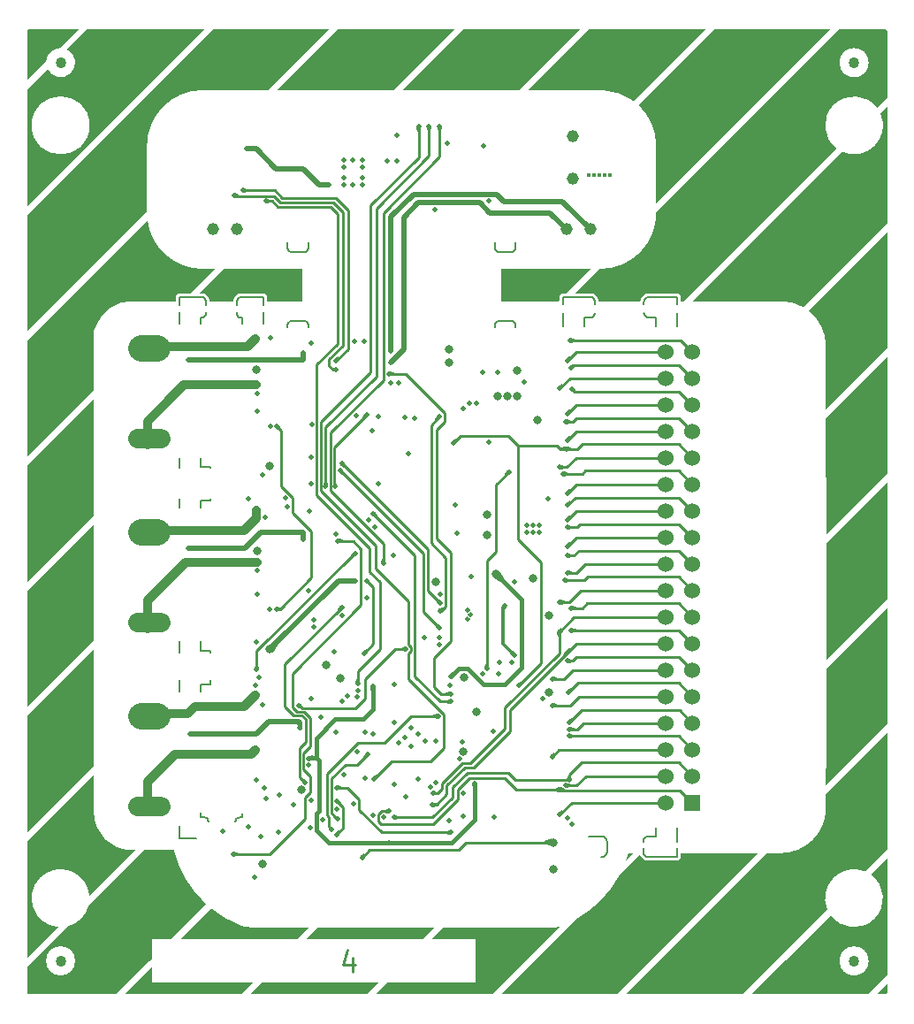
<source format=gbr>
*
%FSLAX26Y26*%
%MOIN*%
%ADD10C,0.101181*%
%ADD11C,0.073181*%
%ADD12R,0.060241X0.060241*%
%ADD13C,0.060241*%
%ADD14C,0.032681*%
%ADD15C,0.046181*%
%ADD16C,0.046131*%
%ADD17C,0.018901*%
%ADD18C,0.009051*%
%ADD19C,0.011021*%
%ADD20C,0.011181*%
%ADD21C,0.016931*%
%ADD22C,0.020871*%
%ADD23C,0.012991*%
%ADD24C,0.061024*%
%ADD25C,0.015748*%
%ADD26C,0.004331*%
%ADD27C,0.015760*%
%ADD28C,0.040591*%
%ADD29C,0.025906*%
%ADD30C,0.006220*%
%IPPOS*%
%LN052s8c64709a.l4*%
%LPD*%
G75*
G36*
X1184573Y1947910D02*
X1185046Y1963291D01*
X1185338Y1963938D01*
X1185982Y1964193D01*
X1193392Y1964192D01*
X1193961Y1963957D01*
X1194132Y1963750D01*
X1200613Y1954053D01*
X1200744Y1953385D01*
X1200479Y1952888D01*
X1194473Y1946844D01*
X1193931Y1946616D01*
X1185501Y1946654D01*
X1184842Y1946930D01*
X1184572Y1947589D01*
X1184573Y1947910D01*
G37*
G36*
X1178225Y2387059D02*
X1183540Y2392411D01*
X1184005Y2392631D01*
X1196508Y2393878D01*
X1197192Y2393670D01*
X1197534Y2393032D01*
X1197572Y2384519D01*
X1197345Y2383968D01*
X1191290Y2377970D01*
X1190660Y2377714D01*
X1190120Y2377879D01*
X1178470Y2385734D01*
X1178077Y2386330D01*
X1178225Y2387059D01*
G37*
G36*
X2061561Y819750D02*
X2064752Y827365D01*
X2065260Y827867D01*
X2065987Y827865D01*
X2067808Y826944D01*
X2068468Y826446D01*
X2068599Y826369D01*
X2069079Y826159D01*
G03X2070816Y825583I2212J3766D01*
G01X2071070Y825506D01*
X2071451Y825312D01*
X2075891Y824608D01*
X2078634Y825042D01*
X2078929Y825031D01*
X2079701Y824846D01*
X2080247Y824450D01*
X2080393Y823933D01*
Y814626D01*
X2080133Y813998D01*
X2079647Y813734D01*
X2065893Y810754D01*
X2065221Y810876D01*
X2064850Y811317D01*
X2061564Y819161D01*
X2061561Y819750D01*
G37*
G36*
X1365458Y1658997D02*
X1369552Y1672807D01*
X1369972Y1673326D01*
X1370453Y1673447D01*
X1377830D01*
X1378445Y1673193D01*
X1378699Y1672766D01*
X1382786Y1658981D01*
X1382713Y1658288D01*
X1382243Y1657864D01*
X1374417Y1654585D01*
X1373873Y1654583D01*
X1373754Y1654613D01*
X1365979Y1657871D01*
X1365489Y1658366D01*
X1365458Y1658997D01*
G37*
G36*
X1268915Y1205046D02*
X1273008Y1218857D01*
X1273429Y1219374D01*
X1273909Y1219497D01*
X1281286D01*
X1281902Y1219241D01*
X1282156Y1218815D01*
X1286243Y1205030D01*
X1286170Y1204337D01*
X1285700Y1203913D01*
X1277874Y1200634D01*
X1277297Y1200632D01*
X1269436Y1203920D01*
X1268946Y1204415D01*
X1268915Y1205046D01*
G37*
G36*
X1578125Y3298645D02*
X1578594Y3299069D01*
X1586420Y3302348D01*
X1587009Y3302351D01*
X1594858Y3299062D01*
X1595348Y3298568D01*
X1595379Y3297936D01*
X1591286Y3284126D01*
X1590865Y3283609D01*
X1590385Y3283486D01*
X1583008D01*
X1582392Y3283742D01*
X1582138Y3284169D01*
X1578051Y3297953D01*
X1578125Y3298645D01*
G37*
G36*
X1499389Y3298641D02*
X1499859Y3299065D01*
X1507685Y3302344D01*
X1508275Y3302346D01*
X1516123Y3299058D01*
X1516613Y3298563D01*
X1516644Y3297931D01*
X1512550Y3284121D01*
X1512130Y3283603D01*
X1511649Y3283482D01*
X1504273D01*
X1503658Y3283737D01*
X1503403Y3284163D01*
X1499316Y3297948D01*
X1499389Y3298641D01*
G37*
G36*
X2067460Y1791908D02*
X2067460Y1792027D01*
X2070748Y1799874D01*
X2071243Y1800363D01*
X2071874Y1800396D01*
X2085685Y1796302D01*
X2086202Y1795882D01*
X2086325Y1795401D01*
X2086324Y1788024D01*
X2086069Y1787408D01*
X2085643Y1787154D01*
X2071857Y1783067D01*
X2071165Y1783142D01*
X2070742Y1783609D01*
X2067462Y1791436D01*
X2067460Y1791908D01*
G37*
G36*
X2067460Y1685727D02*
X2070748Y1693575D01*
X2071244Y1694065D01*
X2071874Y1694096D01*
X2085685Y1690002D01*
X2086202Y1689583D01*
X2086325Y1689102D01*
X2086324Y1681725D01*
X2086069Y1681109D01*
X2085643Y1680855D01*
X2071858Y1676768D01*
X2071165Y1676841D01*
X2070741Y1677311D01*
X2067462Y1685137D01*
X2067460Y1685727D01*
G37*
G36*
X1609750Y1167708D02*
X1610004Y1168324D01*
X1610431Y1168578D01*
X1624216Y1172665D01*
X1624908Y1172591D01*
X1625332Y1172122D01*
X1628611Y1164296D01*
X1628614Y1163689D01*
X1625325Y1155859D01*
X1624831Y1155368D01*
X1624198Y1155337D01*
X1610390Y1159431D01*
X1609872Y1159850D01*
X1609750Y1160331D01*
Y1167708D01*
G37*
G36*
Y1139165D02*
X1610004Y1139781D01*
X1610432Y1140035D01*
X1624216Y1144121D01*
X1624907Y1144048D01*
X1625332Y1143580D01*
X1628611Y1135753D01*
X1628615Y1135108D01*
X1628546Y1135001D01*
X1625325Y1127316D01*
X1624832Y1126826D01*
X1624199Y1126793D01*
X1610390Y1130887D01*
X1609872Y1131306D01*
X1609750Y1131788D01*
Y1139165D01*
G37*
G36*
X1440458Y1336017D02*
X1440714Y1336631D01*
X1441139Y1336885D01*
X1454924Y1340972D01*
X1455617Y1340899D01*
X1456041Y1340429D01*
X1459320Y1332603D01*
X1459322Y1332061D01*
X1459293Y1331942D01*
X1456034Y1324165D01*
X1455539Y1323675D01*
X1454908Y1323644D01*
X1441097Y1327738D01*
X1440580Y1328157D01*
X1440457Y1328638D01*
X1440458Y1336017D01*
G37*
G36*
X1413550Y698621D02*
X1413550Y698740D01*
X1416839Y706587D01*
X1417332Y707076D01*
X1417963Y707109D01*
X1431775Y703015D01*
X1432292Y702594D01*
X1432415Y702114D01*
Y694736D01*
X1432160Y694121D01*
X1431732Y693867D01*
X1417947Y689780D01*
X1417255Y689855D01*
X1416831Y690322D01*
X1413552Y698149D01*
X1413550Y698621D01*
G37*
G36*
X1396200Y2370648D02*
X1396200Y2370767D01*
X1399489Y2378613D01*
X1399982Y2379103D01*
X1400614Y2379136D01*
X1414424Y2375042D01*
X1414942Y2374622D01*
X1415065Y2374141D01*
Y2366763D01*
X1414810Y2366148D01*
X1414382Y2365894D01*
X1400598Y2361808D01*
X1399906Y2361881D01*
X1399481Y2362349D01*
X1396202Y2370176D01*
X1396200Y2370648D01*
G37*
G36*
X1376478Y724795D02*
X1376734Y725411D01*
X1377160Y725665D01*
X1390945Y729751D01*
X1391636Y729678D01*
X1392061Y729210D01*
X1395340Y721383D01*
X1395344Y720725D01*
X1395270Y720620D01*
X1392054Y712946D01*
X1391561Y712456D01*
X1390928Y712423D01*
X1377119Y716517D01*
X1376601Y716937D01*
X1376478Y717418D01*
Y724795D01*
G37*
G36*
X1203288Y1739962D02*
X1203287Y1740081D01*
X1206575Y1747929D01*
X1207071Y1748419D01*
X1207701Y1748450D01*
X1221511Y1744356D01*
X1222030Y1743936D01*
X1222151Y1743455D01*
Y1736077D01*
X1221895Y1735463D01*
X1221470Y1735209D01*
X1207685Y1731122D01*
X1206992Y1731195D01*
X1206568Y1731665D01*
X1203289Y1739491D01*
X1203288Y1739962D01*
G37*
G36*
X932515Y3021430D02*
X932515Y3021549D01*
X935804Y3029395D01*
X936297Y3029885D01*
X936929Y3029918D01*
X950739Y3025824D01*
X951257Y3025404D01*
X951380Y3024923D01*
Y3017546D01*
X951125Y3016930D01*
X950698Y3016676D01*
X936912Y3012589D01*
X936220Y3012664D01*
X935796Y3013131D01*
X932517Y3020958D01*
X932515Y3021430D01*
G37*
G36*
X843932Y3061508D02*
X847221Y3069356D01*
X847715Y3069847D01*
X848348Y3069878D01*
X862157Y3065784D01*
X862674Y3065365D01*
X862797Y3064884D01*
Y3057505D01*
X862541Y3056890D01*
X862114Y3056637D01*
X848330Y3052550D01*
X847638Y3052624D01*
X847214Y3053093D01*
X843935Y3060919D01*
X843932Y3061508D01*
G37*
G36*
X809587Y559251D02*
X809586Y559370D01*
X812874Y567217D01*
X813369Y567706D01*
X814000Y567739D01*
X827811Y563645D01*
X828328Y563224D01*
X828451Y562744D01*
X828450Y555367D01*
X828195Y554751D01*
X827769Y554497D01*
X813984Y550410D01*
X813291Y550483D01*
X812867Y550953D01*
X809588Y558779D01*
X809587Y559251D01*
G37*
G36*
X2082318Y1487378D02*
X2082317Y1487497D01*
X2085615Y1495369D01*
X2086102Y1495851D01*
X2086683Y1495899D01*
X2100478Y1492757D01*
X2101030Y1492366D01*
X2101182Y1491842D01*
Y1482534D01*
X2100922Y1481907D01*
X2100444Y1481644D01*
X2086658Y1478505D01*
X2085983Y1478620D01*
X2085605Y1479065D01*
X2082319Y1486907D01*
X2082318Y1487378D01*
G37*
G36*
X2075334Y1030097D02*
X2075334Y1030216D01*
X2078632Y1038087D01*
X2079119Y1038569D01*
X2079700Y1038617D01*
X2093495Y1035476D01*
X2094047Y1035085D01*
X2094199Y1034561D01*
X2094198Y1025251D01*
X2093938Y1024626D01*
X2093462Y1024363D01*
X2079675Y1021223D01*
X2079000Y1021338D01*
X2078622Y1021783D01*
X2075336Y1029625D01*
X2075334Y1030097D01*
G37*
G36*
Y1004506D02*
X2075334Y1004625D01*
X2078632Y1012495D01*
X2079119Y1012979D01*
X2079701Y1013026D01*
X2093495Y1009885D01*
X2094047Y1009494D01*
X2094199Y1008970D01*
X2094198Y999661D01*
X2093939Y999037D01*
X2093463Y998772D01*
X2079674Y995632D01*
X2078999Y995749D01*
X2078622Y996193D01*
X2075336Y1004035D01*
X2075334Y1004506D01*
G37*
G36*
X2069428Y1287969D02*
X2069428Y1288089D01*
X2072727Y1295961D01*
X2073213Y1296443D01*
X2073795Y1296491D01*
X2087590Y1293350D01*
X2088141Y1292958D01*
X2088293Y1292435D01*
Y1283126D01*
X2088033Y1282500D01*
X2087556Y1282237D01*
X2073770Y1279097D01*
X2073093Y1279212D01*
X2072716Y1279658D01*
X2069431Y1287499D01*
X2069428Y1287969D01*
G37*
G36*
X2067460Y1620393D02*
X2070758Y1628265D01*
X2071245Y1628747D01*
X2071826Y1628795D01*
X2085621Y1625653D01*
X2086173Y1625262D01*
X2086325Y1624738D01*
X2086324Y1615430D01*
X2086064Y1614804D01*
X2085588Y1614541D01*
X2071801Y1611401D01*
X2071126Y1611516D01*
X2070748Y1611961D01*
X2067462Y1619803D01*
X2067460Y1620393D01*
G37*
G36*
X2063524Y2087183D02*
X2063523Y2087302D01*
X2066821Y2095174D01*
X2067309Y2095656D01*
X2067889Y2095704D01*
X2081684Y2092562D01*
X2082236Y2092171D01*
X2082388Y2091647D01*
X2082387Y2082339D01*
X2082127Y2081713D01*
X2081650Y2081450D01*
X2067864Y2078310D01*
X2067189Y2078425D01*
X2066811Y2078870D01*
X2063525Y2086712D01*
X2063524Y2087183D01*
G37*
G36*
X2061554Y2189543D02*
X2061554Y2189663D01*
X2064853Y2197536D01*
X2065339Y2198018D01*
X2065921Y2198066D01*
X2079716Y2194925D01*
X2080267Y2194533D01*
X2080419Y2194008D01*
Y2184701D01*
X2080159Y2184075D01*
X2079682Y2183812D01*
X2065896Y2180672D01*
X2065219Y2180787D01*
X2064842Y2181233D01*
X2061557Y2189074D01*
X2061554Y2189543D01*
G37*
G36*
X2057617Y1591238D02*
X2060916Y1599111D01*
X2061402Y1599593D01*
X2061984Y1599641D01*
X2075779Y1596499D01*
X2076330Y1596107D01*
X2076482Y1595584D01*
Y1586276D01*
X2076222Y1585650D01*
X2075745Y1585387D01*
X2061959Y1582247D01*
X2061282Y1582362D01*
X2060905Y1582808D01*
X2057620Y1590649D01*
X2057617Y1591238D01*
G37*
G36*
X2051712Y1992695D02*
X2051712Y1992814D01*
X2055010Y2000684D01*
X2055498Y2001168D01*
X2056079Y2001215D01*
X2069873Y1998074D01*
X2070425Y1997683D01*
X2070577Y1997159D01*
X2070576Y1987851D01*
X2070317Y1987226D01*
X2069840Y1986961D01*
X2056052Y1983821D01*
X2055377Y1983938D01*
X2055000Y1984382D01*
X2051714Y1992224D01*
X2051712Y1992695D01*
G37*
G36*
X2045774Y2091682D02*
X2046032Y2092305D01*
X2046509Y2092570D01*
X2060297Y2095710D01*
X2060972Y2095593D01*
X2061349Y2095149D01*
X2064635Y2087307D01*
X2064637Y2086731D01*
X2061339Y2078847D01*
X2060851Y2078362D01*
X2060270Y2078316D01*
X2046476Y2081457D01*
X2045924Y2081848D01*
X2045772Y2082372D01*
X2045774Y2091682D01*
G37*
G36*
X2039901Y2018286D02*
X2039901Y2018405D01*
X2043199Y2026276D01*
X2043686Y2026758D01*
X2044267Y2026806D01*
X2058062Y2023665D01*
X2058615Y2023273D01*
X2058765Y2022749D01*
Y2013440D01*
X2058506Y2012815D01*
X2058029Y2012552D01*
X2044242Y2009412D01*
X2043567Y2009527D01*
X2043189Y2009972D01*
X2039903Y2017814D01*
X2039901Y2018286D01*
G37*
G36*
X2039507Y1509447D02*
X2039507Y1509566D01*
X2042806Y1517437D01*
X2043292Y1517920D01*
X2043874Y1517968D01*
X2057669Y1514827D01*
X2058220Y1514435D01*
X2058372Y1513910D01*
Y1504602D01*
X2058112Y1503976D01*
X2057634Y1503713D01*
X2043848Y1500574D01*
X2043172Y1500689D01*
X2042795Y1501135D01*
X2039509Y1508976D01*
X2039507Y1509447D01*
G37*
G36*
X2011554Y1220272D02*
X2011554Y1220392D01*
X2014853Y1228264D01*
X2015339Y1228747D01*
X2015921Y1228795D01*
X2029716Y1225653D01*
X2030267Y1225261D01*
X2030419Y1224738D01*
Y1215430D01*
X2030159Y1214804D01*
X2029682Y1214541D01*
X2015896Y1211401D01*
X2015219Y1211516D01*
X2014842Y1211962D01*
X2011557Y1219803D01*
X2011554Y1220272D01*
G37*
G36*
Y1120272D02*
X2011554Y1120392D01*
X2014853Y1128264D01*
X2015339Y1128747D01*
X2015921Y1128795D01*
X2029716Y1125653D01*
X2030267Y1125261D01*
X2030419Y1124738D01*
Y1115430D01*
X2030159Y1114804D01*
X2029682Y1114541D01*
X2015896Y1111401D01*
X2015219Y1111516D01*
X2014842Y1111962D01*
X2011557Y1119803D01*
X2011554Y1120272D01*
G37*
G36*
X1563489Y1084023D02*
X1563749Y1084649D01*
X1564226Y1084912D01*
X1578013Y1088053D01*
X1578689Y1087936D01*
X1579066Y1087491D01*
X1582351Y1079650D01*
X1582354Y1079040D01*
X1579056Y1071190D01*
X1578569Y1070705D01*
X1577986Y1070659D01*
X1564192Y1073800D01*
X1563641Y1074192D01*
X1563489Y1074715D01*
Y1084023D01*
G37*
G36*
X1756180Y1261395D02*
X1756173Y1261483D01*
X1759315Y1275278D01*
X1759707Y1275829D01*
X1760230Y1275981D01*
X1769539D01*
X1770165Y1275721D01*
X1770427Y1275243D01*
X1773567Y1261458D01*
X1773452Y1260781D01*
X1773006Y1260404D01*
X1765165Y1257119D01*
X1764555Y1257116D01*
X1756704Y1260415D01*
X1756221Y1260901D01*
X1756180Y1261395D01*
G37*
G36*
X888063Y1260244D02*
X891204Y1274039D01*
X891596Y1274590D01*
X892121Y1274742D01*
X901429D01*
X902053Y1274482D01*
X902317Y1274005D01*
X905457Y1260219D01*
X905342Y1259542D01*
X904896Y1259165D01*
X897055Y1255880D01*
X896448Y1255877D01*
X888594Y1259176D01*
X888111Y1259662D01*
X888063Y1260244D01*
G37*
G36*
X1147910Y1950964D02*
X1147903Y1951051D01*
X1150969Y1964845D01*
X1151358Y1965399D01*
X1151885Y1965553D01*
X1161347D01*
X1161974Y1965295D01*
X1162238Y1964811D01*
X1165302Y1951026D01*
X1165184Y1950350D01*
X1164739Y1949977D01*
X1156898Y1946691D01*
X1156330Y1946689D01*
X1148435Y1949988D01*
X1147953Y1950473D01*
X1147910Y1950964D01*
G37*
G36*
X1538770Y3298683D02*
X1539213Y3299056D01*
X1547055Y3302342D01*
X1547645Y3302344D01*
X1555517Y3299046D01*
X1556000Y3298560D01*
X1556049Y3297981D01*
X1552984Y3284187D01*
X1552594Y3283634D01*
X1552067Y3283480D01*
X1542605D01*
X1541978Y3283740D01*
X1541715Y3284221D01*
X1538650Y3298008D01*
X1538770Y3298683D01*
G37*
G36*
X1609750Y646108D02*
X1610009Y646735D01*
X1610491Y646999D01*
X1624278Y650063D01*
X1624952Y649944D01*
X1625325Y649500D01*
X1628611Y641658D01*
X1628614Y641048D01*
X1625314Y633195D01*
X1624828Y632712D01*
X1624250Y632664D01*
X1610457Y635729D01*
X1609903Y636119D01*
X1609750Y636646D01*
Y646108D01*
G37*
G36*
X1198365Y809839D02*
X1198365Y809959D01*
X1201664Y817832D01*
X1202150Y818315D01*
X1202728Y818364D01*
X1216522Y815299D01*
X1217076Y814909D01*
X1217230Y814382D01*
Y804920D01*
X1216970Y804293D01*
X1216488Y804029D01*
X1202701Y800965D01*
X1202027Y801084D01*
X1201654Y801528D01*
X1198368Y809370D01*
X1198365Y809839D01*
G37*
G36*
X811379Y3043464D02*
X811439Y3043761D01*
X814704Y3051552D01*
X815211Y3052056D01*
X815940Y3052052D01*
X829244Y3044894D01*
X829642Y3044403D01*
X829693Y3044069D01*
X829692Y3036722D01*
X829425Y3036080D01*
X828852Y3035805D01*
X812460Y3034095D01*
X811775Y3034298D01*
X811425Y3034943D01*
X811379Y3043464D01*
G37*
G36*
X1053447Y1112845D02*
X1053441Y1112982D01*
X1056638Y1120783D01*
X1057053Y1121201D01*
X1064935Y1124451D01*
X1065631Y1124449D01*
X1066106Y1124020D01*
X1071174Y1114510D01*
X1071264Y1114153D01*
Y1106862D01*
X1070990Y1106201D01*
X1070279Y1105906D01*
X1069901Y1105974D01*
X1053999Y1111767D01*
X1053474Y1112251D01*
X1053447Y1112845D01*
G37*
G36*
X2082676Y1410433D02*
X2082952Y1411091D01*
X2083628Y1411369D01*
X2100368Y1409480D01*
X2100975Y1409142D01*
X2101183Y1408549D01*
Y1399218D01*
X2100932Y1398615D01*
X2100562Y1398375D01*
X2087170Y1393346D01*
X2086461Y1393370D01*
X2085984Y1393863D01*
X2082698Y1401708D01*
X2082638Y1402005D01*
X2082676Y1410433D01*
G37*
G36*
X2078345Y2503909D02*
X2078621Y2504569D01*
X2079306Y2504847D01*
X2096287Y2502007D01*
X2096869Y2501643D01*
X2097048Y2501082D01*
Y2491761D01*
X2096793Y2491148D01*
X2096370Y2490894D01*
X2082782Y2486809D01*
X2082088Y2486878D01*
X2081661Y2487350D01*
X2078367Y2495212D01*
X2078307Y2495509D01*
X2078345Y2503909D01*
G37*
G36*
X1164845Y664694D02*
X1165399Y665236D01*
X1165801Y665316D01*
X1174968D01*
X1175370Y665201D01*
X1183691Y660033D01*
X1184092Y659474D01*
X1184044Y658886D01*
X1180796Y651007D01*
X1180392Y650602D01*
X1172580Y647397D01*
X1171866Y647401D01*
X1171362Y647908D01*
X1164841Y663977D01*
X1164845Y664694D01*
G37*
G36*
X1559707Y745744D02*
X1562988Y753627D01*
X1563479Y754116D01*
X1564092Y754156D01*
X1574221Y751439D01*
X1574562Y751243D01*
X1579728Y746076D01*
X1580001Y745416D01*
X1579708Y744710D01*
X1579414Y744497D01*
X1564241Y736935D01*
X1563527Y736886D01*
X1562986Y737358D01*
X1559710Y745155D01*
X1559707Y745744D01*
G37*
G36*
X1710165Y825016D02*
X1710400Y825690D01*
X1711047Y826001D01*
X1728086Y826008D01*
X1728744Y825731D01*
X1729019Y825060D01*
X1728073Y807984D01*
X1727767Y807348D01*
X1727139Y807108D01*
X1712035D01*
X1711385Y807379D01*
X1711110Y807992D01*
X1710165Y825016D01*
G37*
G36*
X1326306Y1192143D02*
X1326543Y1192816D01*
X1327191Y1193128D01*
X1344228Y1193134D01*
X1344886Y1192857D01*
X1345161Y1192186D01*
X1344215Y1175110D01*
X1343909Y1174474D01*
X1343281Y1174234D01*
X1328177D01*
X1327527Y1174504D01*
X1327251Y1175118D01*
X1326306Y1192143D01*
G37*
G36*
X970977Y1492223D02*
X971253Y1492882D01*
X971939Y1493165D01*
X985116Y1490660D01*
X985512Y1490452D01*
X990698Y1485266D01*
X990971Y1484605D01*
X990681Y1483905D01*
X990424Y1483710D01*
X975598Y1475301D01*
X974888Y1475214D01*
X974315Y1475662D01*
X971008Y1483516D01*
X970950Y1483811D01*
X970977Y1492223D01*
G37*
G36*
X1561566Y790247D02*
X1564820Y798066D01*
X1565327Y798569D01*
X1566050D01*
X1577142Y793596D01*
X1577368Y793441D01*
X1582470Y788338D01*
X1582744Y787678D01*
X1582443Y786950D01*
X1582042Y786702D01*
X1565982Y781337D01*
X1565282Y781386D01*
X1564832Y781867D01*
X1561568Y789657D01*
X1561566Y790247D01*
G37*
G36*
X1090922Y920680D02*
X1090961Y929228D01*
X1091232Y929875D01*
X1091833Y930147D01*
X1108419Y931293D01*
X1109097Y931066D01*
X1109416Y930424D01*
X1109426Y915248D01*
X1109164Y914618D01*
X1108654Y914348D01*
X1092084Y911316D01*
X1091386Y911466D01*
X1090981Y912090D01*
X1090922Y920680D01*
G37*
G36*
X2081424Y2304725D02*
X2084638Y2312593D01*
X2084804Y2312844D01*
X2090795Y2318797D01*
X2091456Y2319068D01*
X2092135Y2318784D01*
X2099719Y2308871D01*
X2099875Y2308406D01*
Y2299138D01*
X2099601Y2298476D01*
X2098896Y2298186D01*
X2098547Y2298240D01*
X2082028Y2303539D01*
X2081484Y2304002D01*
X2081424Y2304725D01*
G37*
G36*
X2064195Y2128483D02*
X2064620Y2128953D01*
X2077279Y2135823D01*
X2077942Y2135893D01*
X2078369Y2135639D01*
X2083586Y2130421D01*
X2083841Y2129805D01*
X2083718Y2129325D01*
X2076861Y2116689D01*
X2076321Y2116251D01*
X2075688Y2116282D01*
X2067836Y2119498D01*
X2067399Y2119929D01*
X2064193Y2127787D01*
X2064195Y2128483D01*
G37*
G36*
X2052316Y1310876D02*
X2059173Y1323513D01*
X2059714Y1323950D01*
X2060345Y1323919D01*
X2068090Y1320748D01*
G02X2068672Y1320156I-256J-834D01*
G01X2071841Y1312414D01*
X2071839Y1311718D01*
X2071414Y1311248D01*
X2058754Y1304378D01*
X2058092Y1304310D01*
X2057665Y1304562D01*
X2052448Y1309780D01*
X2052193Y1310396D01*
X2052316Y1310876D01*
G37*
G36*
X1335762Y851593D02*
X1336187Y852063D01*
X1348846Y858933D01*
X1349509Y859003D01*
X1349936Y858749D01*
X1355153Y853532D01*
X1355408Y852917D01*
X1355285Y852435D01*
X1348428Y839799D01*
X1347887Y839361D01*
X1347255Y839392D01*
X1339403Y842608D01*
X1338950Y843056D01*
X1338920Y843179D01*
X1335760Y850898D01*
X1335762Y851593D01*
G37*
G36*
X1300592Y927980D02*
X1307450Y940618D01*
X1307991Y941054D01*
X1308622Y941023D01*
X1316475Y937807D01*
X1316911Y937375D01*
X1320118Y929517D01*
X1320114Y928820D01*
X1319690Y928353D01*
X1307030Y921482D01*
X1306366Y921413D01*
X1305941Y921668D01*
X1300724Y926884D01*
X1300469Y927500D01*
X1300592Y927980D01*
G37*
G36*
X1201922Y1481546D02*
X1208780Y1494181D01*
X1209320Y1494621D01*
X1209953Y1494587D01*
X1217697Y1491418D01*
G02X1218278Y1490825I-256J-833D01*
G01X1221448Y1483083D01*
X1221444Y1482386D01*
X1221020Y1481918D01*
X1208361Y1475048D01*
X1207698Y1474978D01*
X1207270Y1475232D01*
X1202055Y1480448D01*
X1201799Y1481064D01*
X1201922Y1481546D01*
G37*
G36*
X1194118Y642636D02*
X1194540Y643106D01*
X1207201Y649976D01*
X1207863Y650046D01*
X1208291Y649792D01*
X1213508Y644574D01*
X1213761Y643960D01*
X1213641Y643479D01*
X1206782Y630842D01*
X1206241Y630404D01*
X1205610Y630435D01*
X1197757Y633651D01*
X1197356Y634048D01*
X1194114Y641941D01*
X1194118Y642636D01*
G37*
G36*
X1193132Y2427302D02*
X1193557Y2427772D01*
X1206218Y2434642D01*
X1206879Y2434710D01*
X1207306Y2434459D01*
X1212523Y2429240D01*
X1212778Y2428624D01*
X1212655Y2428144D01*
X1205798Y2415508D01*
X1205258Y2415070D01*
X1204626Y2415101D01*
X1196773Y2418317D01*
X1196336Y2418748D01*
X1193130Y2426606D01*
X1193132Y2427302D01*
G37*
G36*
X1298447Y1325924D02*
X1298872Y1326394D01*
X1311532Y1333264D01*
X1312194Y1333332D01*
X1312621Y1333080D01*
X1317838Y1327863D01*
X1318093Y1327246D01*
X1317970Y1326766D01*
X1311113Y1314130D01*
X1310572Y1313692D01*
X1309940Y1313723D01*
X1302088Y1316939D01*
X1301653Y1317368D01*
X1298445Y1325228D01*
X1298447Y1325924D01*
G37*
G36*
X1064129Y839441D02*
X1064384Y839867D01*
X1069600Y845083D01*
X1070217Y845339D01*
X1070697Y845216D01*
X1083333Y838358D01*
X1083771Y837817D01*
X1083740Y837186D01*
X1080524Y829333D01*
X1080094Y828899D01*
X1072235Y825690D01*
X1071538Y825694D01*
X1071069Y826118D01*
X1064199Y838777D01*
X1064129Y839441D01*
G37*
G36*
X1331915Y1836445D02*
X1335131Y1844298D01*
X1335546Y1844717D01*
X1343420Y1847941D01*
X1344115Y1847937D01*
X1344586Y1847514D01*
X1351456Y1834853D01*
X1351526Y1834191D01*
X1351272Y1833764D01*
X1346054Y1828547D01*
X1345438Y1828292D01*
X1344958Y1828415D01*
X1332322Y1835272D01*
X1331884Y1835813D01*
X1331915Y1836445D01*
G37*
G36*
X1307309Y1582509D02*
X1310524Y1590361D01*
X1310939Y1590780D01*
X1318814Y1594004D01*
X1319510Y1594000D01*
X1319979Y1593577D01*
X1326850Y1580916D01*
X1326918Y1580253D01*
X1326665Y1579826D01*
X1321449Y1574610D01*
X1320832Y1574355D01*
X1320351Y1574478D01*
X1307715Y1581335D01*
X1307276Y1581876D01*
X1307309Y1582509D01*
G37*
G36*
X1296457Y2206986D02*
X1303316Y2219624D01*
X1303858Y2220063D01*
X1304489Y2220030D01*
X1312342Y2216815D01*
X1312721Y2216437D01*
X1312787Y2216335D01*
X1315984Y2208525D01*
X1315980Y2207828D01*
X1315556Y2207360D01*
X1302896Y2200489D01*
X1302234Y2200420D01*
X1301808Y2200674D01*
X1296590Y2205891D01*
X1296337Y2206506D01*
X1296457Y2206986D01*
G37*
G36*
X1195104Y752787D02*
X1198320Y760640D01*
X1198735Y761059D01*
X1206608Y764283D01*
X1207303Y764281D01*
X1207775Y763857D01*
X1214645Y751196D01*
X1214715Y750534D01*
X1214461Y750107D01*
X1209243Y744890D01*
X1208627Y744635D01*
X1208147Y744758D01*
X1195511Y751615D01*
X1195073Y752156D01*
X1195104Y752787D01*
G37*
G36*
X1185603Y701470D02*
X1185858Y701896D01*
X1191074Y707113D01*
X1191690Y707368D01*
X1192170Y707245D01*
X1204807Y700387D01*
X1205246Y699845D01*
X1205213Y699214D01*
X1201998Y691361D01*
X1201625Y690987D01*
X1201525Y690919D01*
X1193708Y687719D01*
X1193011Y687723D01*
X1192543Y688147D01*
X1185673Y700806D01*
X1185603Y701470D01*
G37*
G36*
X968819Y2164769D02*
X972035Y2172622D01*
X972450Y2173041D01*
X980325Y2176265D01*
X981020Y2176263D01*
X981490Y2175838D01*
X988360Y2163178D01*
X988430Y2162516D01*
X988176Y2162089D01*
X982959Y2156872D01*
X982344Y2156617D01*
X981862Y2156740D01*
X969226Y2163597D01*
X968788Y2164138D01*
X968819Y2164769D01*
G37*
G36*
X1819573Y1481339D02*
X1824424Y1498453D01*
X1824868Y1499012D01*
X1825597Y1499098D01*
X1833475Y1495883D01*
X1833727Y1495716D01*
X1839739Y1489666D01*
X1840007Y1489012D01*
X1839758Y1488377D01*
X1832287Y1480291D01*
X1831743Y1480039D01*
X1820477D01*
X1819817Y1480313D01*
X1819526Y1481013D01*
X1819573Y1481339D01*
G37*
G36*
X2036226Y2323257D02*
X2036605Y2323703D01*
X2048580Y2331235D01*
X2049248Y2331349D01*
X2049724Y2331084D01*
X2056306Y2324503D01*
X2056565Y2323876D01*
X2056413Y2323353D01*
X2048885Y2311385D01*
X2048326Y2310989D01*
X2047743Y2311037D01*
X2039877Y2314258D01*
X2039429Y2314700D01*
X2039396Y2314823D01*
X2036224Y2322572D01*
X2036226Y2323257D01*
G37*
G36*
X2077861Y2399341D02*
X2078240Y2399787D01*
X2090215Y2407319D01*
X2090883Y2407433D01*
X2091359Y2407168D01*
X2097941Y2400587D01*
X2098199Y2399962D01*
X2098050Y2399438D01*
X2090520Y2387469D01*
X2089961Y2387073D01*
X2089378Y2387121D01*
X2081512Y2390342D01*
X2081059Y2390789D01*
X2081029Y2390913D01*
X2077859Y2398656D01*
X2077861Y2399341D01*
G37*
G36*
X2072059Y1063910D02*
X2072438Y1064356D01*
X2084413Y1071887D01*
X2085080Y1072001D01*
X2085557Y1071738D01*
X2092138Y1065156D01*
X2092397Y1064531D01*
X2092248Y1064007D01*
X2084718Y1052037D01*
X2084159Y1051642D01*
X2083578Y1051689D01*
X2075710Y1054911D01*
X2075273Y1055342D01*
X2072057Y1063224D01*
X2072059Y1063910D01*
G37*
G36*
X2070092Y1178082D02*
X2070468Y1178528D01*
X2082444Y1186060D01*
X2083112Y1186175D01*
X2083589Y1185910D01*
X2090170Y1179329D01*
X2090430Y1178703D01*
X2090278Y1178179D01*
X2082750Y1166211D01*
X2082191Y1165815D01*
X2081608Y1165863D01*
X2073741Y1169084D01*
X2073289Y1169532D01*
X2073259Y1169655D01*
X2070088Y1177398D01*
X2070092Y1178082D01*
G37*
G36*
X2065478Y1883403D02*
X2065854Y1883849D01*
X2077830Y1891383D01*
X2078498Y1891496D01*
X2078974Y1891233D01*
X2085557Y1884650D01*
X2085816Y1884024D01*
X2085664Y1883500D01*
X2078135Y1871532D01*
X2077576Y1871136D01*
X2076994Y1871184D01*
X2069127Y1874405D01*
X2068729Y1874800D01*
X2065474Y1882719D01*
X2065478Y1883403D01*
G37*
G36*
X2064185Y2428497D02*
X2064564Y2428943D01*
X2076539Y2436474D01*
X2077206Y2436588D01*
X2077683Y2436325D01*
X2084265Y2429743D01*
X2084523Y2429118D01*
X2084374Y2428594D01*
X2076844Y2416624D01*
X2076285Y2416229D01*
X2075704Y2416276D01*
X2067836Y2419498D01*
X2067399Y2419929D01*
X2064183Y2427811D01*
X2064185Y2428497D01*
G37*
G36*
Y2228497D02*
X2064564Y2228943D01*
X2076539Y2236474D01*
X2077206Y2236588D01*
X2077683Y2236325D01*
X2084265Y2229743D01*
X2084523Y2229118D01*
X2084374Y2228594D01*
X2076844Y2216624D01*
X2076285Y2216229D01*
X2075704Y2216276D01*
X2067836Y2219498D01*
X2067399Y2219929D01*
X2064183Y2227811D01*
X2064185Y2228497D01*
G37*
G36*
Y1828497D02*
X2064564Y1828943D01*
X2076539Y1836474D01*
X2077206Y1836588D01*
X2077683Y1836325D01*
X2084265Y1829743D01*
X2084523Y1829118D01*
X2084374Y1828594D01*
X2076844Y1816624D01*
X2076285Y1816229D01*
X2075704Y1816276D01*
X2067836Y1819498D01*
X2067399Y1819929D01*
X2064183Y1827811D01*
X2064185Y1828497D01*
G37*
G36*
Y1728497D02*
X2064564Y1728943D01*
X2076539Y1736474D01*
X2077206Y1736588D01*
X2077683Y1736325D01*
X2084265Y1729743D01*
X2084523Y1729118D01*
X2084374Y1728594D01*
X2076844Y1716624D01*
X2076285Y1716229D01*
X2075704Y1716276D01*
X2067836Y1719498D01*
X2067399Y1719929D01*
X2064183Y1727811D01*
X2064185Y1728497D01*
G37*
G36*
Y1328497D02*
X2064564Y1328943D01*
X2076539Y1336474D01*
X2077206Y1336588D01*
X2077683Y1336325D01*
X2084265Y1329743D01*
X2084523Y1329118D01*
X2084374Y1328594D01*
X2076844Y1316624D01*
X2076285Y1316229D01*
X2075704Y1316276D01*
X2067836Y1319498D01*
X2067399Y1319929D01*
X2064183Y1327811D01*
X2064185Y1328497D01*
G37*
G36*
X2036234Y717080D02*
X2036610Y717524D01*
X2048586Y725058D01*
X2049254Y725171D01*
X2049731Y724908D01*
X2056313Y718326D01*
X2056572Y717700D01*
X2056420Y717176D01*
X2048891Y705207D01*
X2048332Y704811D01*
X2047750Y704859D01*
X2039882Y708080D01*
X2039511Y708450D01*
X2039441Y708550D01*
X2036230Y716394D01*
X2036234Y717080D01*
G37*
G36*
X2007100Y935956D02*
X2007476Y936402D01*
X2019452Y943934D01*
X2020120Y944049D01*
X2020597Y943784D01*
X2027179Y937203D01*
X2027438Y936576D01*
X2027286Y936053D01*
X2019758Y924086D01*
X2019199Y923689D01*
X2018616Y923737D01*
X2010749Y926958D01*
X2010344Y927359D01*
X2007096Y935272D01*
X2007100Y935956D01*
G37*
G36*
X1832172Y1992119D02*
X1839702Y2004089D01*
X1840261Y2004484D01*
X1840842Y2004437D01*
X1848711Y2001215D01*
X1849086Y2000842D01*
X1849154Y2000740D01*
X1852363Y1992902D01*
X1852359Y1992217D01*
X1851983Y1991771D01*
X1840007Y1984238D01*
X1839339Y1984125D01*
X1838862Y1984388D01*
X1832280Y1990971D01*
X1832023Y1991596D01*
X1832172Y1992119D01*
G37*
G36*
X1290563Y555662D02*
X1290941Y556107D01*
X1302917Y563640D01*
X1303585Y563754D01*
X1304061Y563489D01*
X1310643Y556908D01*
X1310901Y556282D01*
X1310752Y555759D01*
X1303222Y543790D01*
X1302663Y543394D01*
X1302081Y543442D01*
X1294214Y546663D01*
X1293762Y547109D01*
X1293731Y547232D01*
X1290561Y554976D01*
X1290563Y555662D01*
G37*
G36*
X2064186Y1928498D02*
X2064559Y1928941D01*
X2076479Y1936526D01*
X2077148Y1936644D01*
X2077628Y1936379D01*
X2084320Y1929688D01*
X2084579Y1929062D01*
X2084425Y1928535D01*
X2076843Y1916619D01*
X2076281Y1916226D01*
X2075703Y1916277D01*
X2067836Y1919498D01*
X2067399Y1919929D01*
X2064182Y1927813D01*
X2064186Y1928498D01*
G37*
G36*
X1881115Y1202906D02*
X1881487Y1203350D01*
X1893409Y1210936D01*
X1894077Y1211054D01*
X1894557Y1210789D01*
X1901249Y1204098D01*
X1901508Y1203471D01*
X1901354Y1202944D01*
X1893772Y1191028D01*
X1893211Y1190637D01*
X1892634Y1190685D01*
X1884765Y1193907D01*
X1884367Y1194302D01*
X1881111Y1202223D01*
X1881115Y1202906D01*
G37*
G36*
X1571158Y1516633D02*
X1571423Y1517113D01*
X1578114Y1523804D01*
X1578741Y1524064D01*
X1579268Y1523910D01*
X1591183Y1516328D01*
X1591575Y1515767D01*
X1591527Y1515190D01*
X1588305Y1507321D01*
X1587904Y1506916D01*
X1579989Y1503667D01*
X1579306Y1503671D01*
X1578862Y1504043D01*
X1571276Y1515964D01*
X1571158Y1516633D01*
G37*
G36*
X1570310Y2200446D02*
X1577892Y2212362D01*
X1578453Y2212753D01*
X1579030Y2212705D01*
X1586899Y2209483D01*
X1587304Y2209082D01*
X1590553Y2201167D01*
X1590549Y2200484D01*
X1590177Y2200040D01*
X1578254Y2192453D01*
X1577588Y2192338D01*
X1577107Y2192600D01*
X1570415Y2199292D01*
X1570156Y2199919D01*
X1570310Y2200446D01*
G37*
G36*
X1569226Y1421945D02*
X1569191Y1422145D01*
X1569455Y1422625D01*
X1576146Y1429316D01*
X1576773Y1429577D01*
X1577300Y1429421D01*
X1589215Y1421840D01*
X1589608Y1421278D01*
X1589557Y1420700D01*
X1586381Y1412941D01*
G02X1585789Y1412359I-834J256D01*
G01X1578021Y1409179D01*
X1577336Y1409183D01*
X1576893Y1409556D01*
X1569308Y1421476D01*
X1569226Y1421945D01*
G37*
G36*
X1213798Y2025405D02*
X1217021Y2033274D01*
X1217436Y2033693D01*
X1225337Y2036928D01*
X1226021Y2036924D01*
X1226464Y2036551D01*
X1234049Y2024630D01*
X1234167Y2023963D01*
X1233902Y2023481D01*
X1227210Y2016790D01*
X1226584Y2016531D01*
X1226057Y2016685D01*
X1214142Y2024267D01*
X1213750Y2024828D01*
X1213798Y2025405D01*
G37*
G36*
X1207894Y1997847D02*
X1211115Y2005715D01*
X1211531Y2006134D01*
X1219431Y2009369D01*
X1220116Y2009365D01*
X1220558Y2008991D01*
X1228143Y1997071D01*
X1228261Y1996404D01*
X1227996Y1995922D01*
X1221306Y1989231D01*
X1220679Y1988972D01*
X1220152Y1989126D01*
X1208237Y1996708D01*
X1207843Y1997269D01*
X1207894Y1997847D01*
G37*
G36*
X1635590Y2117278D02*
X1635963Y2117721D01*
X1647883Y2125306D01*
X1648552Y2125424D01*
X1649032Y2125159D01*
X1655723Y2118468D01*
X1655983Y2117842D01*
X1655829Y2117315D01*
X1648247Y2105398D01*
X1647685Y2105006D01*
X1647107Y2105057D01*
X1639240Y2108278D01*
X1638810Y2108703D01*
X1635586Y2116593D01*
X1635590Y2117278D01*
G37*
G36*
X1251941Y1687519D02*
X1262834Y1699905D01*
X1263476Y1700219D01*
X1264162Y1699984D01*
X1270205Y1694000D01*
X1270373Y1693748D01*
X1273588Y1685895D01*
X1273586Y1685180D01*
X1273070Y1684669D01*
X1259513Y1679442D01*
X1258869Y1679458D01*
X1258541Y1679682D01*
X1251975Y1686247D01*
X1251708Y1686897D01*
X1251941Y1687519D01*
G37*
G36*
X1583904Y1484352D02*
X1584419Y1484863D01*
X1598022Y1490005D01*
X1598666Y1489985D01*
X1598990Y1489761D01*
X1605662Y1483089D01*
X1605931Y1482438D01*
X1605688Y1481806D01*
X1594647Y1469615D01*
X1594001Y1469311D01*
X1593304Y1469559D01*
X1587283Y1475535D01*
X1587115Y1475787D01*
X1583900Y1483637D01*
X1583904Y1484352D01*
G37*
G36*
X1051749Y1040439D02*
X1053187Y1046212D01*
X1051910Y1050364D01*
X1051977Y1051060D01*
X1052453Y1051493D01*
X1059997Y1054602D01*
X1065754Y1060359D01*
X1066415Y1060633D01*
X1067175Y1060318D01*
X1067450Y1059744D01*
X1067969Y1054801D01*
X1069012Y1054805D01*
X1069671Y1054533D01*
X1069958Y1053853D01*
X1068877Y1046184D01*
X1069838Y1037066D01*
X1069635Y1036381D01*
X1068989Y1036031D01*
X1067425Y1036018D01*
X1066836Y1031895D01*
X1066471Y1031280D01*
X1065680Y1031079D01*
X1065136Y1031349D01*
X1060488Y1035998D01*
X1060203Y1036054D01*
X1052280Y1039352D01*
X1051793Y1039840D01*
X1051749Y1040439D01*
G37*
G36*
X1853113Y1316337D02*
X1853382Y1316862D01*
X1861331Y1324811D01*
X1861965Y1325072D01*
X1862526Y1324894D01*
X1876555Y1314872D01*
X1876932Y1314266D01*
X1876767Y1313547D01*
X1864745Y1301497D01*
X1864084Y1301227D01*
X1863402Y1301512D01*
X1853267Y1315669D01*
X1853113Y1316337D01*
G37*
G36*
X1621362Y1235208D02*
X1621641Y1235875D01*
X1634385Y1247283D01*
X1635051Y1247515D01*
X1635664Y1247241D01*
X1646345Y1236561D01*
X1646613Y1235909D01*
X1646374Y1235281D01*
X1635004Y1222574D01*
X1634360Y1222266D01*
X1633680Y1222504D01*
X1621631Y1234546D01*
X1621362Y1235208D01*
G37*
G36*
X2022143Y805696D02*
X2022396Y806309D01*
X2022802Y806557D01*
X2036507Y811021D01*
X2037206Y810965D01*
X2037649Y810488D01*
X2040371Y803992D01*
X2043084Y810467D01*
X2043592Y810969D01*
X2044305Y810967D01*
X2057820Y805313D01*
X2058279Y804852D01*
X2058358Y804445D01*
Y797085D01*
X2058096Y796453D01*
X2057590Y796185D01*
X2040909Y793013D01*
X2040210Y793161D01*
X2039803Y793780D01*
X2039755Y799278D01*
X2037636Y794222D01*
X2037145Y793734D01*
X2036531Y793697D01*
X2022806Y797408D01*
X2022275Y797818D01*
X2022143Y798315D01*
Y805696D01*
G37*
G36*
X1376478Y608561D02*
X1376748Y609213D01*
X1377363Y609488D01*
X1394387Y610433D01*
X1394792Y610291D01*
X1395142Y610433D01*
X1412217Y609487D01*
X1412853Y609181D01*
X1413093Y608553D01*
Y593451D01*
X1412823Y592799D01*
X1412208Y592524D01*
X1395184Y591579D01*
X1394779Y591721D01*
X1394429Y591579D01*
X1377354Y592525D01*
X1376718Y592831D01*
X1376478Y593459D01*
Y608561D01*
G37*
G36*
X2057584Y842688D02*
X2057839Y843303D01*
X2058265Y843558D01*
X2068328Y846541D01*
X2071323Y856646D01*
X2071743Y857163D01*
X2072224Y857286D01*
X2079601D01*
X2080217Y857030D01*
X2080471Y856603D01*
X2084558Y842819D01*
X2084485Y842126D01*
X2084015Y841702D01*
X2076370Y838499D01*
X2073160Y830838D01*
X2072665Y830348D01*
X2072439Y830337D01*
G02X2070565Y831084I-286J2009D01*
G01X2066559Y833125D01*
X2062118Y833828D01*
X2061029Y833655D01*
X2060695Y833678D01*
X2058223Y834410D01*
X2057706Y834831D01*
X2057583Y835311D01*
X2057584Y842688D01*
G37*
G36*
X2029005Y1394096D02*
X2029475Y1394520D01*
X2036783Y1397582D01*
X2033764Y1404955D01*
X2033768Y1405639D01*
X2034144Y1406085D01*
X2046120Y1413619D01*
X2046788Y1413732D01*
X2047265Y1413469D01*
X2053847Y1406885D01*
X2054106Y1406260D01*
X2053954Y1405736D01*
X2046426Y1393769D01*
X2046247Y1393642D01*
X2046260Y1393387D01*
X2042166Y1379576D01*
X2041747Y1379059D01*
X2041266Y1378936D01*
X2033887Y1378937D01*
X2033273Y1379193D01*
X2033019Y1379618D01*
X2028932Y1393403D01*
X2029005Y1394096D01*
G37*
G36*
X1982781Y608089D02*
X1983032Y608693D01*
X1983401Y608932D01*
X2008325Y618354D01*
X2009035Y618332D01*
X2009514Y617836D01*
X2015423Y603664D01*
X2015425Y603060D01*
X2009512Y588894D01*
X2009009Y588393D01*
X2008320Y588385D01*
X1983350Y597824D01*
X1982874Y598271D01*
X1982781Y598702D01*
Y608089D01*
G37*
G36*
X1792859Y1601726D02*
X1798714Y1615953D01*
X1799130Y1616371D01*
X1813379Y1622235D01*
X1814071Y1622233D01*
X1814530Y1621831D01*
X1827545Y1599570D01*
X1827637Y1598905D01*
X1827377Y1598453D01*
X1816606Y1587681D01*
X1815985Y1587424D01*
X1815482Y1587561D01*
X1793236Y1600568D01*
X1792819Y1601118D01*
X1792859Y1601726D01*
G37*
G36*
X935729Y1342992D02*
X961722Y1360807D01*
X962390Y1360947D01*
X962899Y1360679D01*
X976423Y1347154D01*
X976684Y1346523D01*
X976515Y1345974D01*
X958831Y1320128D01*
X958231Y1319737D01*
X957507Y1319891D01*
X935715Y1341648D01*
X935444Y1342309D01*
X935729Y1342992D01*
G37*
G54D10*
X463253Y1771864D02*
X523253D01*
G54D11*
X449253Y1431612D02*
X537253D01*
G54D10*
X462583Y2464630D02*
X522583D01*
G54D11*
X448583Y2124378D02*
X536583D01*
G54D12*
X2540064Y753663D03*
G54D13*
X2440064D03*
X2540064Y853663D03*
X2440064D03*
X2540064Y953663D03*
X2440064D03*
X2540064Y1053663D03*
X2440064D03*
X2540064Y1153663D03*
X2440064D03*
X2540064Y1253663D03*
X2440064D03*
X2540064Y1353663D03*
X2440064D03*
X2540064Y1453663D03*
X2440064D03*
X2540064Y1553663D03*
X2440064D03*
X2540064Y1653663D03*
X2440064D03*
X2540064Y1753663D03*
X2440064D03*
X2540064Y1853663D03*
X2440064D03*
X2540064Y1953663D03*
X2440064D03*
X2540064Y2053663D03*
X2440064D03*
X2540064Y2153663D03*
X2440064D03*
X2540064Y2253663D03*
X2440064D03*
X2540064Y2353663D03*
X2440064D03*
X2540064Y2453663D03*
X2440064D03*
G54D10*
X463253Y1079864D02*
X523253D01*
G54D11*
X449253Y739612D02*
X537253D01*
G54D14*
X1623438Y2412027D03*
Y2462027D03*
G54D15*
X2155513Y2914563D03*
X2065356D03*
X821261D03*
G54D16*
X731204Y2914469D03*
G54D15*
X2088190Y3107477D03*
X2087993Y3264957D03*
G54D17*
X1848529Y2000612D03*
X1581797Y1079352D03*
X1180222Y651203D03*
X1764867Y1257673D03*
X2068017Y1620101D03*
X1335734Y1014234D03*
X1644789Y1876597D03*
X2064080Y2087010D03*
X1639421Y2108880D03*
X1320379Y1820494D03*
X1884946Y1194510D03*
X2068017Y2420101D03*
X1551198Y812620D03*
X1411521Y1684667D03*
X1375104Y698447D03*
X1094762Y1851006D03*
X1261631Y748236D03*
X1560253Y745480D03*
X2068017Y1320101D03*
X1674316Y701404D03*
G54D14*
X1570970Y1587227D03*
G54D17*
X1102353Y763942D03*
X1138883Y1075415D03*
X1093188Y897112D03*
X1531600Y986833D03*
X1587702Y1538998D03*
X2012111Y1220101D03*
X971568Y1483801D03*
X1725497Y2259471D03*
X1037402Y746063D03*
X1456797Y2204352D03*
X1572112Y829352D03*
X1749214Y1239563D03*
X2068017Y1685435D03*
X812009Y3043500D03*
X1196954Y2384471D03*
X972638Y2172441D03*
X979434Y641360D03*
X1196954Y2418919D03*
X2068017Y1791734D03*
X1661176Y918574D03*
X844489Y3061217D03*
X1697938Y2259471D03*
X924803Y808661D03*
X865551Y1898425D03*
X906496Y1225197D03*
X867126Y663386D03*
X1808860Y1240351D03*
X1492230Y2203818D03*
X2075891Y1029923D03*
X1217623Y1458289D03*
X888883Y472463D03*
X859356Y3218899D03*
X899016Y2295669D03*
X1266344Y2493132D03*
X899016Y1628346D03*
X1433174Y2336242D03*
X1623135Y684667D03*
X1749119Y2377581D03*
X1790458Y1022660D03*
X1587008Y1376269D03*
X1098819Y659449D03*
X1278167Y1175795D03*
X1101397Y1145213D03*
X892126Y1194291D03*
X894685Y1357812D03*
X1652663Y1768329D03*
X1677269Y2237817D03*
G54D14*
X1940064Y1599038D03*
G54D17*
X1169111Y3082305D03*
X1219592Y1134864D03*
X1006993Y1901203D03*
X2040064Y708683D03*
X1113293Y1414982D03*
X933465Y770472D03*
X919095Y1990551D03*
X1793411Y700415D03*
X1101397Y2485849D03*
X1331441Y2155140D03*
X2012111Y1120101D03*
X1587336Y1350022D03*
X1414474Y823447D03*
X1226482Y858880D03*
X2040458Y2018112D03*
X2010930Y927561D03*
X1313096Y1526203D03*
X1433174Y978959D03*
X2068017Y1820101D03*
X1306206Y1019313D03*
X1195970Y1765376D03*
X1335734Y705337D03*
X1104151Y2178762D03*
X2068017Y2120101D03*
X1196954Y1019313D03*
X1674311Y789982D03*
X2068017Y1920101D03*
Y2220101D03*
X1198923Y730927D03*
X1457781Y776597D03*
X1156600Y1947246D03*
X1240174Y1155140D03*
X2069986Y1287797D03*
X1547353Y3301787D03*
X1671412Y981960D03*
X2073923Y1169687D03*
X1479434Y967148D03*
X1414474Y1199431D03*
X1092623Y1554142D03*
X1480419Y1035455D03*
X1276789Y1150992D03*
X1427069Y3172850D03*
X1455616Y998677D03*
X1188206Y1324024D03*
X1414474Y1056715D03*
X1144789Y690573D03*
X1277576Y1201189D03*
X933072Y3021256D03*
X1198923Y809667D03*
X2040058Y2314861D03*
X1628056Y641360D03*
X1387699Y3172850D03*
X1396757Y2370474D03*
X1628056Y1163998D03*
X1335734Y1844116D03*
X1628056Y1135455D03*
X898726Y2229724D03*
X948819Y2173031D03*
X898726Y1537992D03*
X944685Y1483268D03*
X1217623Y1490770D03*
X1079921Y829515D03*
X895713Y839114D03*
X983858Y781496D03*
X1705923Y1605323D03*
X1112308Y1443526D03*
G54D14*
X1799316Y1615770D03*
G54D17*
X1628056Y1228959D03*
X1341639Y1792935D03*
X1587702Y1507502D03*
X1217623Y2033093D03*
X1057252Y1120629D03*
X1458765Y1332305D03*
X810143Y559077D03*
X1203844Y1739789D03*
X1587702Y1476006D03*
X1586718Y2208880D03*
X1012899Y1870691D03*
X1211718Y2005534D03*
X1585734Y1413014D03*
X1269786Y1693529D03*
X896757Y1256434D03*
X2075891Y1004332D03*
X1505025Y844116D03*
X1507983Y3301789D03*
X1339584Y843211D03*
X2068017Y694904D03*
X2082874Y1487205D03*
X2040371Y802370D03*
X1394786Y721085D03*
X2037598Y1397244D03*
X1562111Y789982D03*
X1573923Y986833D03*
X2075891Y1055514D03*
X2062111Y2189372D03*
X1101802Y2054746D03*
X1402663Y2336242D03*
X1467623Y2068526D03*
G54D14*
X1677269Y947463D03*
X1726482Y1097069D03*
X1956797Y2197463D03*
X1879041Y2383486D03*
G54D17*
X1804237Y2377581D03*
X1906600Y2340179D03*
X767820Y645087D03*
X1060570Y1054216D03*
X1060433Y1036614D03*
X668307Y1012795D03*
X644882Y1012598D03*
X911221Y626181D03*
G54D14*
X917426Y523644D03*
X2014867Y503959D03*
G54D17*
X1275142Y944760D03*
G54D14*
X946962Y1331238D03*
G54D17*
X1273726Y2213211D03*
X2069308Y1875008D03*
X1626182Y1194288D03*
X1268804Y1590179D03*
G54D14*
X946962Y2023245D03*
G54D17*
X1072943Y1745472D03*
X667520Y1712598D03*
X1073927Y1772441D03*
X637795Y1712598D03*
X640158Y2423228D03*
X1071954Y2423031D03*
X665748Y2423228D03*
X1071560Y2448691D03*
G54D14*
X1766836Y1761439D03*
X1765852Y1838211D03*
G54D17*
X1201395Y691543D03*
X1316293Y937205D03*
X1302269Y1317541D03*
X1311127Y1590179D03*
X1312160Y2216212D03*
X1194001Y1947246D03*
X1414107Y698447D03*
X2075891Y838978D03*
X2083268Y1401968D03*
X1586718Y3301793D03*
X2085433Y672441D03*
X1374119Y1655140D03*
X1304455Y846997D03*
X1975005Y1146774D03*
X2058174Y1590947D03*
X2078937Y2495472D03*
G54D14*
X1804237Y2285061D03*
G54D17*
X1259590Y3082305D03*
G54D14*
X1677757Y1226374D03*
G54D17*
X920379Y1122332D03*
G54D14*
X894488Y2385039D03*
G54D17*
X1914552Y1771313D03*
X1301285Y2492148D03*
G54D14*
X898726Y1702165D03*
G54D17*
X1962780Y1771313D03*
X1914474Y1797730D03*
X2062119Y819458D03*
X1939080Y1797730D03*
X1224157Y3082305D03*
X1962702Y1797730D03*
X1939158Y1771313D03*
G54D14*
X1841639Y2285061D03*
G54D17*
X948032Y2505905D03*
G54D14*
X1211237Y1223630D03*
G54D17*
X1224157Y3109864D03*
G54D14*
X1879041Y2285061D03*
G54D17*
X2040064Y1509274D03*
X1295023Y3082305D03*
G54D14*
X1066339Y801968D03*
G54D17*
X1295023Y3109864D03*
X927953Y1830905D03*
X1295023Y3176793D03*
X1224157D03*
X1295023Y3149234D03*
X1259590Y3176793D03*
X1224157Y3149234D03*
G54D14*
X894488Y2329921D03*
G54D17*
X1401678Y2411045D03*
X1103817Y1954943D03*
X1401678Y2455337D03*
X1355812Y1954746D03*
Y2209057D03*
G54D14*
X898726Y1658857D03*
G54D17*
X1569001Y2988211D03*
X1773726Y3021675D03*
X1617230Y3237817D03*
X1426789Y3268709D03*
X1751088Y3229943D03*
X1772281Y2111833D03*
X2085236Y2312401D03*
X1528647Y1376269D03*
X1505616Y1012266D03*
X1870293Y1307882D03*
X1833285Y1495284D03*
X1868293Y1585258D03*
X1691285Y1479943D03*
Y1446478D03*
X1703096Y1463211D03*
G54D14*
X893307Y952362D03*
X892717Y1159842D03*
X891142Y2501968D03*
X896654Y1855709D03*
G54D17*
X1860340Y1283093D03*
X1811127D03*
X2068017Y1720101D03*
X1198923Y760459D03*
X1197938Y634254D03*
G54D14*
X1999820Y1170677D03*
X2014867Y603368D03*
G54D17*
X2081693Y2390945D03*
X1294395Y547266D03*
G54D14*
X1157694Y1271858D03*
G54D17*
X2052269Y1992521D03*
G54D14*
X1998009Y1458289D03*
G54D17*
X1997151Y1900002D03*
X1719592Y825415D03*
X1335734Y1192541D03*
X1394786Y601006D03*
X1091552Y920677D03*
G54D18*
X1259266Y169831D02*
Y117337D01*
X1240518Y199827D02*
X1221770Y143584D01*
X1270514D01*
G54D19*
X2101108Y1620101D02*
X2134670Y1653663D01*
X1170096Y699614D02*
X1163489Y706221D01*
X1479434Y1079352D02*
X1581797D01*
X1170096Y661329D02*
Y699614D01*
X2068017Y1620101D02*
X2101108D01*
X1764867Y1257673D02*
Y1664982D01*
X1799316Y1699431D02*
Y1951400D01*
X1180222Y651203D02*
X1170096Y661329D01*
X1764867Y1664982D02*
X1799316Y1699431D01*
Y1951400D02*
X1848529Y2000612D01*
X1163489Y706221D02*
Y862817D01*
X1279631Y978959D02*
X1379041D01*
X1479434Y1079352D01*
X2134670Y1653663D02*
X2440064D01*
X1163489Y862817D02*
X1279631Y978959D01*
X2064080Y2087010D02*
X2107387D01*
X2125104Y2104726D01*
G54D20*
X1666389Y2135849D02*
X1844592D01*
G54D19*
X2030005Y2099431D02*
X2042426Y2087010D01*
G54D20*
X1881009Y1746675D02*
X1968608Y1659077D01*
G54D19*
X2489001Y2104726D02*
X2540064Y2053663D01*
G54D20*
X1884946Y1194510D02*
X1968608Y1278171D01*
G54D19*
X1881009Y2099431D02*
X2030005D01*
X2125104Y2104726D02*
X2489001D01*
G54D20*
X1968608Y1278171D02*
Y1659077D01*
X1881009Y1746675D02*
Y2099431D01*
G54D19*
X2042426Y2087010D02*
X2064080D01*
G54D20*
X1639421Y2108880D02*
X1666389Y2135849D01*
X1844592D02*
X1881009Y2099431D01*
G54D19*
X2068017Y2420101D02*
X2101579Y2453663D01*
X2440064D01*
G54D18*
X1613293Y818526D02*
X1681600Y886833D01*
X1851482Y1103565D02*
X2068017Y1320101D01*
G54D19*
X2101579Y1353663D02*
X2440064D01*
G54D18*
X1715655Y886833D02*
X1851482Y1022660D01*
X1560253Y745480D02*
X1574302D01*
G54D19*
X2068017Y1320101D02*
X2101579Y1353663D01*
G54D18*
X1851482Y1022660D02*
Y1103565D01*
X1574302Y745480D02*
X1613293Y784471D01*
Y818526D01*
X1681600Y886833D02*
X1715655D01*
G54D19*
X2055439Y1220101D02*
X2089001Y1253663D01*
X2440064D01*
X2012111Y1220101D02*
X2055439D01*
G54D18*
X1102559Y1602005D02*
Y1776181D01*
X1031600Y1847140D01*
X1170473Y2400000D02*
X1186002Y2384471D01*
X1031600Y1903044D02*
X1014740Y1919904D01*
X812009Y3043500D02*
X815147Y3040362D01*
X1221671Y2476001D02*
X1170473Y2424803D01*
X2093608Y1685435D02*
X2111324Y1703151D01*
X1184466Y3017134D02*
X1221671Y2979929D01*
X1014740Y1919904D02*
Y1919906D01*
X1221671Y2979929D02*
Y2476001D01*
X988583Y1946063D02*
Y2156496D01*
X1170473Y2424803D02*
Y2400000D01*
X961407Y3040362D02*
X984635Y3017134D01*
X1184466D01*
X988583Y2156496D02*
X972638Y2172441D01*
X2490576Y1703151D02*
X2540064Y1653663D01*
X984356Y1483801D02*
X1102559Y1602005D01*
X2111324Y1703151D02*
X2490576D01*
X1014740Y1919906D02*
X988583Y1946063D01*
X2068017Y1685435D02*
X2093608D01*
X1186002Y2384471D02*
X1196954D01*
X971568Y1483801D02*
X984356D01*
X1031600Y1847140D02*
Y1903044D01*
X815147Y3040362D02*
X961407D01*
X993690Y3033276D02*
X1196080D01*
X844489Y3061217D02*
X965749D01*
X2117230Y1803545D02*
X2490182D01*
X1242230Y2464195D02*
X1196954Y2418919D01*
X1196080Y3033276D02*
X1242230Y2987126D01*
X2490182Y1803545D02*
X2540064Y1753663D01*
X2068017Y1791734D02*
X2105419D01*
X1242230Y2987126D02*
Y2464195D01*
X965749Y3061217D02*
X993690Y3033276D01*
X2105419Y1791734D02*
X2117230Y1803545D01*
G54D19*
X2105419Y1029923D02*
X2129158Y1053663D01*
X2075891Y1029923D02*
X2105419D01*
X2129158Y1053663D02*
X2440064D01*
G54D17*
X894789Y3218899D02*
X969592Y3144096D01*
G54D19*
X2085044Y753663D02*
X2440064D01*
G54D17*
X859356Y3218899D02*
X894789D01*
X1071954Y3144096D02*
X1133745Y3082305D01*
X969592Y3144096D02*
X1071954D01*
G54D19*
X2040064Y708683D02*
X2085044Y753663D01*
G54D17*
X1133745Y3082305D02*
X1169111D01*
G54D19*
X2012111Y1120101D02*
X2077486D01*
X2111048Y1153663D02*
X2440064D01*
X2077486Y1120101D02*
X2111048Y1153663D01*
X2066028Y2018112D02*
X2101579Y2053663D01*
X2040458Y2018112D02*
X2066028D01*
X2101579Y2053663D02*
X2440064D01*
X2010930Y927561D02*
X2037032Y953663D01*
X2440064D01*
X2101579Y1853663D02*
X2440064D01*
X2068017Y1820101D02*
X2101579Y1853663D01*
G54D18*
Y2153663D02*
X2440064D01*
X2068017Y2120101D02*
X2101579Y2153663D01*
G54D20*
X2068017Y1920101D02*
X2101579Y1953663D01*
X2440064D01*
G54D19*
X2101579Y2253663D02*
X2440064D01*
X2068017Y2220101D02*
X2101579Y2253663D01*
G54D20*
X1156600Y1947246D02*
Y1954746D01*
X1547353Y3191366D02*
Y3301787D01*
G54D19*
X2490182Y1303545D02*
X2540064Y1253663D01*
G54D20*
X1156600Y1954746D02*
Y2167935D01*
X1349513Y2993526D02*
X1547353Y3191366D01*
X1156600Y2167935D02*
X1349513Y2360849D01*
G54D19*
X2069986Y1287797D02*
X2087702D01*
G54D20*
X1349513Y2360849D02*
Y2993526D01*
G54D19*
X2087702Y1287797D02*
X2103450Y1303545D01*
X2490182D01*
X2073923Y1169687D02*
X2109356Y1205120D01*
X2488607D02*
X2540064Y1153663D01*
X2109356Y1205120D02*
X2488607D01*
G54D18*
X1277576Y1201189D02*
Y1248557D01*
X1201395Y2974221D02*
X1176001Y2999614D01*
X1361324Y1584274D02*
X1321954Y1623644D01*
X1176001Y2999614D02*
X975974D01*
X1201395Y2483276D02*
Y2974221D01*
X1321954Y1712227D02*
X1122852Y1911329D01*
X954332Y3021256D02*
X933072D01*
X975974Y2999614D02*
X954332Y3021256D01*
X1361324Y1332305D02*
Y1584274D01*
X1277576Y1248557D02*
X1361324Y1332305D01*
X1122852Y1911329D02*
Y2404732D01*
X1201395Y2483276D01*
X1321954Y1623644D02*
Y1712227D01*
G54D20*
X1240358Y809667D02*
X1198923D01*
X1284072Y765953D02*
X1240358Y809667D01*
G54D19*
X2040058Y2314861D02*
X2078860Y2353663D01*
G54D20*
X1628056Y641360D02*
X1368214D01*
G54D19*
X2078860Y2353663D02*
X2440064D01*
G54D20*
X1284072Y725502D02*
Y765953D01*
X1368214Y641360D02*
X1284072Y725502D01*
G54D18*
X1628056Y1362817D02*
Y1697463D01*
X1566048Y1190573D02*
Y1300809D01*
X1575521Y1749999D02*
X1628056Y1697463D01*
X1566048Y1300809D02*
X1628056Y1362817D01*
X1566048Y1190573D02*
X1592623Y1163998D01*
X1396757Y2370474D02*
X1460360D01*
X1575521Y2158706D02*
X1607387Y2190573D01*
X1460360Y2370474D02*
X1607387Y2223447D01*
X1592623Y1163998D02*
X1628056D01*
X1607387Y2190573D02*
Y2223447D01*
X1575521Y1749999D02*
Y2158706D01*
X1627928Y1135455D02*
X1587702D01*
X1492537Y1230620D02*
Y1687313D01*
X1628056Y1135455D02*
X1627980D01*
X1627954Y1135429D01*
X1587702Y1135455D02*
X1492537Y1230620D01*
Y1687313D02*
X1335734Y1844116D01*
X1627954Y1135429D02*
X1627928Y1135455D01*
X1067323Y1082677D02*
X1034449D01*
X1059072Y958088D02*
X1082087Y981102D01*
X1079921Y829515D02*
X1059072Y850364D01*
X1082087Y1067913D02*
X1067323Y1082677D01*
X1059072Y850364D02*
Y958088D01*
X1082087Y981102D02*
Y1067913D01*
X1001378Y1115748D02*
Y1274525D01*
X1217623Y1490770D01*
X1034449Y1082677D02*
X1001378Y1115748D01*
G54D21*
X1658637Y1259539D02*
X1692146D01*
X1833765Y1198447D02*
X1896757Y1261439D01*
X1753238Y1198447D02*
X1833765D01*
X1896757Y1261439D02*
Y1518329D01*
X1799316Y1615770D01*
X1692146Y1259539D02*
X1753238Y1198447D01*
X1628056Y1228959D02*
X1658637Y1259539D01*
G54D20*
X1587702Y1507502D02*
X1540962Y1554242D01*
Y1709754D02*
X1217623Y2033093D01*
X1540962Y1554242D02*
Y1709754D01*
G54D18*
X1057252Y1120629D02*
X1067623Y1110258D01*
X1269198D01*
X1306206Y1147266D02*
Y1218051D01*
X1420460Y1332305D02*
X1458765D01*
X1269198Y1110258D02*
X1306206Y1147266D01*
Y1218051D02*
X1420460Y1332305D01*
X1077953Y692716D02*
Y771457D01*
X1048010Y1096478D02*
X1033268Y1111220D01*
X1099606Y966535D02*
Y1073031D01*
X1033268Y1240469D02*
X1290458Y1497660D01*
X1072852Y879511D02*
Y939781D01*
X1260927Y1739789D02*
X1203844D01*
X1077953Y771457D02*
X1098819Y792323D01*
X1099606Y1073031D02*
X1076159Y1096478D01*
X810143Y559077D02*
X944313D01*
X1072852Y939781D02*
X1099606Y966535D01*
X1033268Y1111220D02*
Y1240469D01*
X1076159Y1096478D02*
X1048010D01*
X1290458Y1497660D02*
Y1710258D01*
X1098819Y792323D02*
Y853543D01*
X1072852Y879511D01*
X944313Y559077D02*
X1077953Y692716D01*
X1290458Y1710258D02*
X1260927Y1739789D01*
G54D20*
X1554237Y2176400D02*
X1586718Y2208880D01*
X1609663Y1676486D02*
X1554237Y1731912D01*
X1587702Y1476006D02*
X1591960D01*
X1609663Y1493709D02*
Y1676486D01*
X1591960Y1476006D02*
X1609663Y1493709D01*
X1554237Y1731912D02*
Y2176400D01*
X1524710Y1474038D02*
Y1692541D01*
Y1474038D02*
X1585734Y1413014D01*
X1211718Y2005534D02*
X1524710Y1692541D01*
G54D19*
X896757Y1256434D02*
Y1324513D01*
X1265773Y1693529D02*
X1269786D01*
X896757Y1324513D02*
X1265773Y1693529D01*
X2489395Y1004332D02*
X2540064Y953663D01*
X2075891Y1004332D02*
X2489395D01*
G54D18*
X1346560Y1634471D02*
Y1721085D01*
X1601482Y1087227D02*
X1469308Y1219400D01*
Y1316402D02*
X1477466Y1324559D01*
G54D19*
X2125692Y1487205D02*
X2142820Y1504332D01*
X2082874Y1487205D02*
X2125692D01*
G54D18*
X1339584Y843211D02*
X1406828Y910455D01*
G54D19*
X2142820Y1504332D02*
X2489395D01*
G54D18*
X1469308Y1219400D02*
Y1316402D01*
Y1348209D02*
Y1511723D01*
X1601482Y959667D02*
Y1087227D01*
X1406828Y910455D02*
X1552269D01*
X1469308Y1511723D02*
X1346560Y1634471D01*
X1507983Y3187235D02*
Y3301789D01*
G54D19*
X2489395Y1504332D02*
X2540064Y1453663D01*
G54D18*
X1477466Y1340051D02*
X1469308Y1348209D01*
X1325891Y3005143D02*
X1507983Y3187235D01*
X1137812Y1929833D02*
Y2189502D01*
X1477466Y1324559D02*
Y1340051D01*
X1552269Y910455D02*
X1601482Y959667D01*
X1325891Y2377581D02*
Y3005143D01*
X1346560Y1721085D02*
X1137812Y1929833D01*
Y2189502D02*
X1325891Y2377581D01*
X1561636Y672266D02*
X1366245D01*
X1355812Y682699D01*
X1367820Y721085D02*
X1394786D01*
X1877283Y801977D02*
X1831797Y847463D01*
X1700300D01*
X2039978Y801977D02*
X1877283D01*
X2041984Y800758D02*
X2492969D01*
X1655615Y766245D02*
X1561636Y672266D01*
X1355812Y682699D02*
Y709077D01*
X2492969Y800758D02*
X2540064Y753663D01*
X2040371Y802370D02*
X2041984Y800758D01*
X2040371Y802370D02*
X2039978Y801977D01*
X1355812Y709077D02*
X1367820Y721085D01*
X1655615Y802778D02*
Y766245D01*
X1700300Y847463D02*
X1655615Y802778D01*
X2037598Y1397244D02*
Y1317044D01*
X1672137Y902370D02*
X1594592Y824825D01*
X1702649Y902370D02*
X1672137D01*
X2037598Y1317044D02*
X1832781Y1112227D01*
X1594592Y805140D02*
X1579434Y789982D01*
X1594592Y824825D02*
Y805140D01*
G54D19*
X2037598Y1397244D02*
X2094017Y1453663D01*
G54D18*
X1579434Y789982D02*
X1562111D01*
G54D19*
X2094017Y1453663D02*
X2440064D01*
G54D18*
X1832781Y1032502D02*
X1702649Y902370D01*
X1832781Y1112227D02*
Y1032502D01*
G54D19*
X2075891Y1055514D02*
X2123135Y1102758D01*
X2490969D01*
X2540064Y1053663D01*
X2490576Y2203151D02*
X2540064Y2153663D01*
X2101482Y2203151D02*
X2490576D01*
X2087702Y2189372D02*
X2101482Y2203151D01*
X2062111Y2189372D02*
X2087702D01*
G54D17*
X668307Y1012795D02*
X668110Y1012598D01*
G54D21*
X1060570Y1054216D02*
Y1036751D01*
G54D17*
Y1054216D02*
X1054156Y1060630D01*
X895473Y1012795D02*
X668307D01*
G54D21*
X1060570Y1036751D02*
X1060433Y1036614D01*
G54D17*
X943307Y1060630D02*
X895473Y1012795D01*
X1054156Y1060630D02*
X943307D01*
X668110Y1012598D02*
X644882D01*
G54D19*
X2098239Y1903939D02*
X2489788D01*
X2540064Y1853663D01*
G54D22*
X946962Y1331238D02*
X1205904Y1590179D01*
G54D19*
X2069308Y1875008D02*
X2098239Y1903939D01*
G54D22*
X1205904Y1590179D02*
X1268804D01*
G54D17*
X667520Y1712598D02*
X637795D01*
X851378D02*
X667520D01*
X911221Y1772441D02*
X851378Y1712598D01*
X1073927Y1772441D02*
Y1746457D01*
Y1772441D02*
X911221D01*
X1073927Y1746457D02*
X1072943Y1745472D01*
X640354Y2423031D02*
X640158Y2423228D01*
X1071954Y2423031D02*
X640354D01*
X1071954D02*
X1071560Y2423425D01*
Y2448691D01*
G54D18*
X1231403Y897266D02*
X1179741Y845604D01*
X1276355Y897266D02*
X1231403D01*
X1316293Y937205D02*
X1276355Y897266D01*
X1179741Y713197D02*
X1201395Y691543D01*
X1179741Y845604D02*
Y713197D01*
X1336718Y1351990D02*
Y1564589D01*
X1311127Y1590179D02*
X1336718Y1564589D01*
X1302269Y1317541D02*
X1336718Y1351990D01*
X1189584Y1951663D02*
X1194001Y1947246D01*
X1312160Y2216212D02*
X1189584Y2093636D01*
Y1951663D01*
X1559471Y698447D02*
X1634946Y773922D01*
X2121167Y905907D02*
X2487820D01*
X1873135Y838978D02*
X2075891D01*
Y860632D01*
X1634946Y773922D02*
Y811045D01*
X1691048Y867148D02*
X1844965D01*
X1414107Y698447D02*
X1559471D01*
X1634946Y811045D02*
X1691048Y867148D01*
X2487820Y905907D02*
X2540064Y853663D01*
X1844965Y867148D02*
X1873135Y838978D01*
X2075891Y860632D02*
X2121167Y905907D01*
X1175300Y1929746D02*
Y2148250D01*
Y1929746D02*
X1374119Y1730927D01*
Y1655140D02*
Y1730927D01*
G54D19*
X2085238Y1403939D02*
X2489788D01*
G54D18*
X1374119Y2347069D02*
Y2975615D01*
X1586718Y3188214D02*
Y3301793D01*
X1175300Y2148250D02*
X1374119Y2347069D01*
G54D19*
X2489788Y1403939D02*
X2540064Y1353663D01*
G54D18*
X1374119Y2975615D02*
X1586718Y3188214D01*
G54D19*
X2083268Y1401968D02*
X2085238Y1403939D01*
X2074927Y1509274D02*
X2119316Y1553663D01*
X2067737Y819293D02*
X2103450D01*
X2040064Y1509274D02*
X2074927D01*
X2131009Y1590947D02*
X2144789Y1604726D01*
X2489001D02*
X2540064Y1553663D01*
X2062119Y819458D02*
X2067572D01*
X2137820Y853663D02*
X2440064D01*
X2058174Y1590947D02*
X2131009D01*
X2144789Y1604726D02*
X2489001D01*
X2078937Y2495472D02*
X2079923Y2496458D01*
X2497269D01*
X2540064Y2453663D01*
X2119316Y1553663D02*
X2440064D01*
X2103450Y819293D02*
X2137820Y853663D01*
X2067572Y819458D02*
X2067737Y819293D01*
G54D14*
X623921Y2329921D02*
X567250Y2273250D01*
X484709Y2190710D02*
X567250Y2273250D01*
X894488Y2329921D02*
X623921D01*
X484709Y2116504D02*
Y2190710D01*
G54D17*
X1507373Y3014575D02*
X1737845D01*
X2003360Y2975921D02*
X2064941Y2914340D01*
X1401678Y2411045D02*
X1452466Y2461833D01*
Y2959667D01*
X1737845Y3014575D02*
X1776499Y2975921D01*
X2003360D01*
X1452466Y2959667D02*
X1507373Y3014575D01*
X1827970Y3020284D02*
X2049155D01*
X1401678Y2961045D02*
X1488082Y3047449D01*
X1800804D01*
X2049155Y3020284D02*
X2155098Y2914340D01*
X1800804Y3047449D02*
X1827970Y3020284D01*
X1401678Y2455337D02*
Y2961045D01*
G54D14*
X485379Y1423738D02*
Y1516183D01*
X628054Y1658858D01*
X898726D01*
G54D19*
X2094093Y2303545D02*
X2490182D01*
X2085236Y2312401D02*
X2094093Y2303545D01*
X2490182D02*
X2540064Y2253663D01*
G54D23*
X1825891Y1352284D02*
X1870293Y1307882D01*
X1833285Y1495284D02*
X1825891Y1487890D01*
Y1352284D01*
G54D14*
X877165Y936220D02*
X893307Y952362D01*
X485379Y731738D02*
Y831144D01*
X590456Y936220D01*
X877165D01*
X635675Y1087738D02*
X485379D01*
X892717Y1159842D02*
X850455Y1117581D01*
X665517D01*
X635675Y1087738D01*
X861677Y2472504D02*
X484709D01*
X891142Y2501968D02*
X861677Y2472504D01*
X896654Y1827362D02*
X849030Y1779738D01*
X485379D01*
X896654Y1855709D02*
Y1827362D01*
G54D18*
X1198923Y760459D02*
X1223529Y735852D01*
G54D19*
X2068017Y1720101D02*
X2101579Y1753663D01*
G54D18*
X1197938Y634254D02*
X1223529Y659844D01*
G54D19*
X2101579Y1753663D02*
X2440064D01*
G54D18*
X1223529Y659844D02*
Y735852D01*
G54D19*
X2081693Y2390945D02*
X2094687Y2403939D01*
X1322328Y575199D02*
X1658568D01*
X2489788Y2403939D02*
X2540064Y2353663D01*
X1294395Y547266D02*
X1322328Y575199D01*
X1658568D02*
X1686738Y603368D01*
X2014867D01*
X2094687Y2403939D02*
X2489788D01*
X2052269Y1992521D02*
X2125104D01*
X2136915Y2004332D02*
X2489395D01*
X2125104Y1992521D02*
X2136915Y2004332D01*
X2489395D02*
X2540064Y1953663D01*
G54D21*
X1131496Y721850D02*
Y912527D01*
X1631993Y601006D02*
X1719592Y688604D01*
X1093732Y922856D02*
X1121167D01*
X1394786Y601006D02*
X1169395D01*
X1122151Y712505D02*
X1131496Y721850D01*
X1394786Y601006D02*
X1631993D01*
X1169395D02*
X1122151Y648250D01*
X1121167Y922856D02*
Y996675D01*
X1193017Y1068526D02*
X1298923D01*
X1122151Y648250D02*
Y712505D01*
X1719592Y688604D02*
Y825415D01*
X1131496Y912527D02*
X1121167Y922856D01*
X1091552Y920677D02*
X1093732Y922856D01*
X1121167Y996675D02*
X1193017Y1068526D01*
X1335734Y1105337D02*
Y1192541D01*
X1298923Y1068526D02*
X1335734Y1105337D01*
G54D24*
X484702Y2116504D03*
X485371Y1423748D03*
Y731740D03*
%LPC*%
G75*
X485371Y731740D02*
G54D25*
X1578807Y3408169D02*
X1572639Y3407296D01*
X1566685Y3405462D01*
X1561095Y3402712D01*
X1556008Y3399116D01*
X1551551Y3394763D01*
X1547837Y3389761D01*
X1544956Y3384238D01*
X1542983Y3378329D01*
X1541965Y3372182D01*
X1541929Y3365953D01*
X1542875Y3359795D01*
X1544779Y3353864D01*
X1547594Y3348306D01*
X1551251Y3343262D01*
X1555656Y3338857D01*
X1560701Y3335202D01*
X1566258Y3332387D01*
X1572190Y3330483D01*
X1578348Y3329538D01*
X1578641Y3329518D01*
X668094Y729062D02*
X823819Y728937D01*
X2933599Y730381D02*
Y1031295D01*
X1708372Y2494294D02*
X1708863Y2490488D01*
X1710303Y2486932D01*
X1712599Y2483857D01*
X1715599Y2481465D01*
X1719108Y2479913D01*
X1722896Y2479302D01*
X1726715Y2479671D01*
X1730316Y2480998D01*
X1733462Y2483195D01*
X1735948Y2486118D01*
X1737611Y2489576D01*
X1738342Y2493343D01*
X1738372Y2494294D01*
X514687Y3230082D02*
X514725Y2974267D01*
X0Y3700787D02*
X3307087D01*
Y0D01*
X0D01*
Y3700787D01*
X1178371Y2964517D02*
X1177880Y2968323D01*
X1176440Y2971879D01*
X1174145Y2974954D01*
X1171144Y2977346D01*
X1167635Y2978898D01*
X1163847Y2979509D01*
X1160028Y2979140D01*
X1156427Y2977813D01*
X1153281Y2975616D01*
X1150795Y2972693D01*
X1149132Y2969235D01*
X1148401Y2965468D01*
X1148371Y2964517D01*
X314820Y2437601D02*
X315585Y2431413D01*
X317315Y2425422D01*
X319966Y2419779D01*
X323474Y2414624D01*
X327749Y2410085D01*
X332685Y2406276D01*
X338160Y2403291D01*
X344036Y2401206D01*
X350168Y2400073D01*
X356401Y2399919D01*
X362581Y2400748D01*
X368553Y2402541D01*
X374169Y2405251D01*
X379287Y2408812D01*
X383781Y2413134D01*
X387539Y2418110D01*
X390466Y2423615D01*
X392489Y2429513D01*
X393559Y2435656D01*
X393662Y2437007D01*
X393747Y1473399D02*
X392962Y1479580D01*
X391213Y1485559D01*
X388543Y1491188D01*
X385019Y1496327D01*
X380730Y1500845D01*
X375782Y1504631D01*
X370300Y1507591D01*
X364419Y1509649D01*
X358288Y1510755D01*
X352059Y1510881D01*
X345888Y1510023D01*
X339929Y1508204D01*
X334331Y1505469D01*
X329235Y1501885D01*
X324767Y1497544D01*
X321038Y1492552D01*
X318144Y1487035D01*
X316154Y1481131D01*
X315120Y1474987D01*
X314972Y1472045D01*
X848710Y320030D02*
X859177Y317409D01*
X869839Y315754D01*
X880608Y315080D01*
X884063Y315073D01*
X686900Y627462D02*
X690041Y610545D01*
X694146Y593836D01*
X699202Y577390D01*
X705193Y561261D01*
X712098Y545501D01*
X719896Y530163D01*
X728559Y515298D01*
X738061Y500954D01*
X748369Y487177D01*
X759450Y474015D01*
X771268Y461509D01*
X783782Y449701D01*
X796954Y438630D01*
X810738Y428332D01*
X825089Y418841D01*
X839961Y410189D01*
X855305Y402403D01*
X867952Y396788D01*
X1099697Y2612667D02*
X1099735Y2797188D01*
X2933585Y1307130D02*
X2933632Y1300898D01*
X2934660Y1294751D01*
X2936644Y1288843D01*
X2939534Y1283321D01*
X2943258Y1278323D01*
X2947722Y1273975D01*
X2952816Y1270384D01*
X2958412Y1267640D01*
X2964370Y1265812D01*
X2970542Y1264945D01*
X2976773Y1265062D01*
X2982908Y1266159D01*
X2988794Y1268209D01*
X2994283Y1271160D01*
X2999239Y1274939D01*
X3003537Y1279452D01*
X3007071Y1284585D01*
X3009752Y1290212D01*
X3011514Y1296190D01*
X3012311Y1302371D01*
X3012291Y1306621D01*
X424692Y1228175D02*
X414342Y1227775D01*
X404077Y1226392D01*
X393990Y1224039D01*
X384173Y1220738D01*
X374714Y1216517D01*
X365699Y1211417D01*
X357211Y1205481D01*
X349325Y1198766D01*
X342113Y1191331D01*
X335642Y1183244D01*
X329969Y1174578D01*
X325146Y1165412D01*
X321217Y1155828D01*
X318216Y1145915D01*
X316173Y1135761D01*
X315104Y1125458D01*
X314972Y1122237D01*
X2293309Y2975981D02*
X2293373Y3229518D01*
X734422Y1991827D02*
Y1921353D01*
X1738372Y2964517D02*
X1737881Y2968323D01*
X1736441Y2971879D01*
X1734146Y2974954D01*
X1731145Y2977346D01*
X1727636Y2978898D01*
X1723848Y2979509D01*
X1720029Y2979140D01*
X1716428Y2977813D01*
X1713282Y2975616D01*
X1710796Y2972693D01*
X1709133Y2969235D01*
X1708402Y2965468D01*
X1708372Y2964517D01*
X830619Y1347280D02*
X834440Y1347694D01*
X838032Y1349062D01*
X841160Y1351296D01*
X843620Y1354249D01*
X845252Y1357728D01*
X845950Y1361508D01*
X845667Y1365341D01*
X844423Y1368978D01*
X842298Y1372181D01*
X839431Y1374741D01*
X836009Y1376491D01*
X832256Y1377318D01*
X830619Y1377374D01*
X2024601Y315150D02*
X1768588D01*
X593371Y3229518D02*
X593408Y2975930D01*
X867952Y396787D02*
X873914Y394827D01*
X880108Y393823D01*
X886384Y393801D01*
X892586Y394761D01*
X898561Y396680D01*
X904162Y399510D01*
X909251Y403181D01*
X913704Y407604D01*
X917409Y412669D01*
X920277Y418251D01*
X922236Y424213D01*
X923238Y430408D01*
X923371Y433662D01*
X2372057Y3230093D02*
X2371522Y3243357D01*
X2370004Y3256545D01*
X2367510Y3269584D01*
X2364055Y3282402D01*
X2359658Y3294928D01*
X2354342Y3307092D01*
X2348138Y3318828D01*
X2341080Y3330072D01*
X2333206Y3340759D01*
X2324560Y3350833D01*
X2315190Y3360237D01*
X2305147Y3368919D01*
X2294488Y3376831D01*
X2283270Y3383930D01*
X2271556Y3390176D01*
X2259411Y3395535D01*
X2246901Y3399978D01*
X2234096Y3403479D01*
X2221066Y3406019D01*
X2207884Y3407585D01*
X2194621Y3408168D01*
X2194272Y3408170D01*
X1578807D01*
X2933548Y2473664D02*
Y2177911D01*
X1218371Y463662D02*
X1217879Y469074D01*
X1216419Y474308D01*
X1214038Y479193D01*
X1210816Y483568D01*
X1206857Y487290D01*
X1202291Y490237D01*
X1197269Y492312D01*
X1191955Y493447D01*
X1186524Y493605D01*
X1181152Y492781D01*
X1176018Y491001D01*
X1171289Y488324D01*
X1167121Y484838D01*
X1163650Y480658D01*
X1160989Y475919D01*
X1159227Y470779D01*
X1158422Y465405D01*
X1158371Y463662D01*
X393747Y1119262D02*
Y1053226D01*
X734406Y1298647D02*
Y1228173D01*
X610469Y606470D02*
X614356Y587573D01*
X619205Y568899D01*
X625002Y550497D01*
X631732Y532416D01*
X639378Y514702D01*
X647919Y497403D01*
X657334Y480563D01*
X667598Y464226D01*
X678683Y448436D01*
X690561Y433233D01*
X703201Y418657D01*
X716570Y404747D01*
X730632Y391538D01*
X745352Y379065D01*
X760690Y367361D01*
X776606Y356457D01*
X793059Y346381D01*
X810005Y337159D01*
X827401Y328816D01*
X845200Y321373D01*
X848710Y320030D01*
X423747Y1841462D02*
X418335Y1840970D01*
X413101Y1839509D01*
X408216Y1837129D01*
X403841Y1833906D01*
X400119Y1829947D01*
X397172Y1825381D01*
X395097Y1820359D01*
X393962Y1815045D01*
X393747Y1811463D01*
X1787047Y2612678D02*
X2874417D01*
X692471Y3408158D02*
X1307936D01*
X1148371Y2494294D02*
X1148862Y2490488D01*
X1150302Y2486932D01*
X1152598Y2483857D01*
X1155598Y2481465D01*
X1159107Y2479913D01*
X1162895Y2479302D01*
X1166714Y2479671D01*
X1170315Y2480998D01*
X1173461Y2483195D01*
X1175947Y2486118D01*
X1177610Y2489576D01*
X1178341Y2493343D01*
X1178371Y2494294D01*
X314972Y1404388D02*
Y1472045D01*
X964279Y2875941D02*
X1118409Y2875930D01*
X1578641Y3329518D02*
X2193373D01*
X830619Y1179303D02*
X813297Y1179339D01*
X2193881Y2797249D02*
X2207149Y2797789D01*
X2220341Y2799313D01*
X2233383Y2801812D01*
X2246204Y2805272D01*
X2258732Y2809674D01*
X2270899Y2814995D01*
X2282637Y2821204D01*
X2293882Y2828267D01*
X2304572Y2836145D01*
X2314647Y2844795D01*
X2324053Y2854170D01*
X2332736Y2864217D01*
X2340650Y2874880D01*
X2347750Y2886102D01*
X2353998Y2897820D01*
X2359358Y2909969D01*
X2363801Y2922483D01*
X2367304Y2935292D01*
X2369846Y2948326D01*
X2371413Y2961513D01*
X2371993Y2974329D01*
X423836Y2069496D02*
X783320Y2069468D01*
X822835Y673226D02*
X828267Y673520D01*
X833556Y674788D01*
X838531Y676988D01*
X843028Y680049D01*
X846899Y683870D01*
X850019Y688326D01*
X852284Y693271D01*
X853622Y698544D01*
X853906Y700952D01*
X813296Y1347240D02*
X813281Y1179333D01*
X1118409Y2875929D02*
X1123821Y2876422D01*
X1129055Y2877883D01*
X1133940Y2880264D01*
X1138315Y2883487D01*
X1142038Y2887447D01*
X1144984Y2892012D01*
X1147059Y2897035D01*
X1148194Y2902350D01*
X1148409Y2905930D01*
X2933550Y2473664D02*
X2933057Y2481338D01*
X2931587Y2488886D01*
X2929164Y2496184D01*
X2925826Y2503113D01*
X2921631Y2509557D01*
X2916645Y2515412D01*
X2910951Y2520581D01*
X2904644Y2524979D01*
X2897825Y2528534D01*
X2890607Y2531189D01*
X2883110Y2532898D01*
X2875455Y2533634D01*
X2873548Y2533664D01*
X830710Y1841335D02*
X783320Y1841371D01*
X1495357Y315073D02*
X884063D01*
X1148371Y2494294D02*
Y2533664D01*
X593410Y2975930D02*
X593903Y2966012D01*
X595377Y2956191D01*
X597818Y2946566D01*
X601202Y2937230D01*
X605495Y2928275D01*
X610655Y2919790D01*
X616631Y2911859D01*
X623364Y2904560D01*
X630788Y2897965D01*
X638830Y2892138D01*
X647409Y2887138D01*
X656443Y2883014D01*
X665841Y2879805D01*
X675510Y2877545D01*
X685357Y2876255D01*
X693409Y2875930D01*
X393747Y715162D02*
Y780246D01*
X830619Y1149209D02*
X834440Y1149622D01*
X838032Y1150990D01*
X841161Y1153223D01*
X843622Y1156175D01*
X845254Y1159655D01*
X845953Y1163434D01*
X845671Y1167267D01*
X844427Y1170904D01*
X842303Y1174107D01*
X839437Y1176668D01*
X836015Y1178419D01*
X832262Y1179247D01*
X830619Y1179303D01*
X423746Y1377366D02*
X783230Y1377338D01*
X734406Y1228173D02*
X424692D01*
X1218372Y433702D02*
X1218865Y427444D01*
X1220332Y421341D01*
X1222735Y415542D01*
X1226015Y410190D01*
X1230092Y405417D01*
X1234866Y401341D01*
X1240218Y398061D01*
X1246018Y395659D01*
X1252121Y394194D01*
X1258372Y393702D01*
X424775Y2612665D02*
X414383Y2612195D01*
X404082Y2610744D01*
X393964Y2608323D01*
X384122Y2604955D01*
X374642Y2600670D01*
X365611Y2595507D01*
X357109Y2589512D01*
X349213Y2582739D01*
X341995Y2575248D01*
X335518Y2567107D01*
X329841Y2558390D01*
X325014Y2549175D01*
X321083Y2539543D01*
X318081Y2529583D01*
X316035Y2519383D01*
X314965Y2509035D01*
X314820Y2505257D01*
X3012291Y1306621D02*
Y1903827D01*
X734422Y1991827D02*
X424709D01*
X1708372Y2494294D02*
Y2964517D01*
X734422Y1921353D02*
X424709D01*
X1158371Y447246D02*
Y463662D01*
X2150931Y673562D02*
X2153373Y673662D01*
X2873548D01*
X2933586Y1307130D02*
Y1904336D01*
X393717Y2099614D02*
X394206Y2094193D01*
X395662Y2088949D01*
X398040Y2084053D01*
X401260Y2079665D01*
X405218Y2075929D01*
X409784Y2072966D01*
X414809Y2070875D01*
X420129Y2069723D01*
X423836Y2069496D01*
X423747Y1149261D02*
X418335Y1148769D01*
X413101Y1147308D01*
X408216Y1144928D01*
X403841Y1141705D01*
X400119Y1137746D01*
X397172Y1133180D01*
X395097Y1128158D01*
X393962Y1122844D01*
X393747Y1119262D01*
X1767896Y393747D02*
X2003471D01*
X393915Y2163984D02*
X393718Y2099614D01*
X1099735Y2797188D02*
X964114Y2797290D01*
X1218371Y463662D02*
Y433702D01*
X783281Y1149333D02*
X423657D01*
X2003471Y393702D02*
X2009003Y393995D01*
X2014395Y395263D01*
X2015741Y395743D01*
X1787047Y2612678D02*
X1786983Y2797249D01*
X1922604Y2797317D02*
X1928769Y2798216D01*
X1934714Y2800076D01*
X1940293Y2802849D01*
X1945365Y2806467D01*
X1949803Y2810839D01*
X1953496Y2815856D01*
X1956353Y2821392D01*
X1958302Y2827309D01*
X1959294Y2833460D01*
X1959304Y2839689D01*
X1958332Y2845843D01*
X1956402Y2851766D01*
X1953563Y2857312D01*
X1949886Y2862340D01*
X1945462Y2866727D01*
X1940402Y2870361D01*
X1934832Y2873152D01*
X1928892Y2875031D01*
X1922731Y2875950D01*
X1922438Y2875969D01*
X2874905Y595091D02*
X2273714D01*
X1738372Y2964517D02*
X1738308Y2905980D01*
X668094Y729063D02*
X663723Y728572D01*
X659571Y727123D01*
X655844Y724788D01*
X652728Y721684D01*
X650380Y717965D01*
X648916Y713818D01*
X648543Y711669D01*
X3012069Y1031433D02*
X3011142Y1037587D01*
X3009256Y1043518D01*
X3006457Y1049077D01*
X3002817Y1054125D01*
X2998426Y1058535D01*
X2993394Y1062198D01*
X2987847Y1065021D01*
X2981925Y1066933D01*
X2975775Y1067888D01*
X2969551Y1067860D01*
X2963410Y1066850D01*
X2957505Y1064885D01*
X2951984Y1062013D01*
X2946985Y1058305D01*
X2942634Y1053855D01*
X2939039Y1048775D01*
X2936290Y1043191D01*
X2934457Y1037244D01*
X2933599Y1031295D01*
X393749Y1407363D02*
X394240Y1401952D01*
X395700Y1396718D01*
X398079Y1391833D01*
X401301Y1387458D01*
X405259Y1383736D01*
X409824Y1380789D01*
X414846Y1378713D01*
X420159Y1377578D01*
X423747Y1377363D01*
X830619Y1377374D02*
X783230Y1377338D01*
X983371Y463662D02*
X982879Y469074D01*
X981419Y474308D01*
X979038Y479193D01*
X975816Y483568D01*
X971857Y487290D01*
X967291Y490237D01*
X962269Y492312D01*
X956955Y493447D01*
X951524Y493605D01*
X946152Y492781D01*
X941018Y491001D01*
X936289Y488324D01*
X932121Y484838D01*
X928650Y480658D01*
X925989Y475919D01*
X924227Y470779D01*
X923422Y465405D01*
X923371Y463662D01*
X830709Y2039406D02*
X813386Y2039370D01*
X1258372Y393702D02*
X1495824D01*
X1786983Y2797249D02*
X1922604Y2797318D01*
X393662Y2437007D02*
Y2503262D01*
X393912Y2163984D02*
X393342Y2170194D01*
X391802Y2176236D01*
X389329Y2181961D01*
X385986Y2187225D01*
X381856Y2191897D01*
X377041Y2195860D01*
X371663Y2199016D01*
X365855Y2201286D01*
X359762Y2202613D01*
X353536Y2202964D01*
X347332Y2202330D01*
X341306Y2200728D01*
X335607Y2198196D01*
X330377Y2194799D01*
X325748Y2190621D01*
X321834Y2185766D01*
X318734Y2180356D01*
X316524Y2174525D01*
X315260Y2168418D01*
X314989Y2165225D01*
X393747Y1407363D02*
Y1473399D01*
X734406Y1298647D02*
X424692D01*
X2873548Y673661D02*
X2881232Y674154D01*
X2888790Y675625D01*
X2896098Y678050D01*
X2903037Y681388D01*
X2909493Y685585D01*
X2915359Y690572D01*
X2920540Y696268D01*
X2924952Y702579D01*
X2928520Y709402D01*
X2931189Y716625D01*
X2932912Y724129D01*
X2933599Y730381D01*
X1099697Y2612667D02*
X424775D01*
X423747Y2533663D02*
X418327Y2533171D01*
X413085Y2531710D01*
X408192Y2529329D01*
X403807Y2526106D01*
X400075Y2522145D01*
X397117Y2517578D01*
X395031Y2512552D01*
X393883Y2507232D01*
X393662Y2503262D01*
X1495357Y315073D02*
X1501519Y316001D01*
X1507458Y317889D01*
X1513026Y320688D01*
X1518082Y324330D01*
X1522502Y328723D01*
X1526175Y333758D01*
X1529008Y339308D01*
X1530932Y345236D01*
X1531898Y351392D01*
X1531881Y357624D01*
X1530884Y363775D01*
X1528929Y369693D01*
X1526066Y375228D01*
X1522368Y380243D01*
X1517925Y384613D01*
X1512849Y388229D01*
X1507267Y390999D01*
X1501318Y392856D01*
X1495824Y393702D01*
X1148371Y2533664D02*
X423747D01*
X964279Y2875941D02*
X958111Y2875068D01*
X952157Y2873234D01*
X946567Y2870484D01*
X941480Y2866888D01*
X937023Y2862535D01*
X933309Y2857534D01*
X930428Y2852010D01*
X928455Y2846101D01*
X927437Y2839955D01*
X927401Y2833725D01*
X928346Y2827567D01*
X930251Y2821636D01*
X933066Y2816079D01*
X936723Y2811034D01*
X941128Y2806630D01*
X946173Y2802974D01*
X951730Y2800159D01*
X957662Y2798256D01*
X963820Y2797310D01*
X964114Y2797290D01*
X692836Y2797188D02*
X699018Y2797972D01*
X705000Y2799720D01*
X710631Y2802388D01*
X715772Y2805911D01*
X720294Y2810199D01*
X724083Y2815146D01*
X727046Y2820629D01*
X729108Y2826509D01*
X730218Y2832642D01*
X730347Y2838872D01*
X729494Y2845045D01*
X727678Y2851006D01*
X724946Y2856607D01*
X721366Y2861708D01*
X717026Y2866181D01*
X712037Y2869914D01*
X706521Y2872815D01*
X700617Y2874810D01*
X694473Y2875850D01*
X693409Y2875930D01*
X3012292Y1903827D02*
X3011599Y1910016D01*
X3009938Y1916019D01*
X3007352Y1921685D01*
X3003906Y1926872D01*
X2999684Y1931451D01*
X2994794Y1935308D01*
X2989356Y1938345D01*
X2983508Y1940487D01*
X2977396Y1941681D01*
X2971171Y1941895D01*
X2964991Y1941126D01*
X2959009Y1939392D01*
X2953375Y1936737D01*
X2948230Y1933227D01*
X2943703Y1928950D01*
X2939907Y1924013D01*
X2936937Y1918539D01*
X2934866Y1912665D01*
X2933748Y1906538D01*
X2933586Y1904336D01*
X393746Y780246D02*
X393090Y786441D01*
X391465Y792455D01*
X388913Y798138D01*
X385497Y803348D01*
X381303Y807955D01*
X376435Y811843D01*
X371016Y814915D01*
X365180Y817094D01*
X359073Y818327D01*
X352849Y818582D01*
X346662Y817852D01*
X340667Y816157D01*
X335014Y813538D01*
X329845Y810061D01*
X325288Y805813D01*
X321458Y800899D01*
X318450Y795444D01*
X316340Y789582D01*
X315180Y783461D01*
X314970Y780490D01*
X1738372Y2533664D02*
Y2494294D01*
X314972Y1122237D02*
Y1054580D01*
X2180619Y559060D02*
X2182555Y565031D01*
X2183533Y571230D01*
X2183528Y577507D01*
X2182543Y583705D01*
X2180599Y589673D01*
X2177746Y595264D01*
X2174053Y600339D01*
X2169612Y604774D01*
X2164532Y608460D01*
X2158937Y611305D01*
X2152967Y613241D01*
X2149208Y613952D01*
X1178371Y2964517D02*
Y2494294D01*
X813386Y2039370D02*
X813371Y1871463D01*
X1768308Y2875980D02*
X1922438Y2875969D01*
X830710Y1841338D02*
X834531Y1841751D01*
X838123Y1843119D01*
X841252Y1845352D01*
X843713Y1848304D01*
X845346Y1851784D01*
X846044Y1855563D01*
X845762Y1859397D01*
X844519Y1863033D01*
X842395Y1866237D01*
X839528Y1868798D01*
X836107Y1870549D01*
X832354Y1871377D01*
X830710Y1871433D01*
X2873548Y2533664D02*
X1738372D01*
X853907Y700953D02*
X852999Y706339D01*
X851140Y711474D01*
X848389Y716193D01*
X844836Y720341D01*
X840596Y723783D01*
X835807Y726409D01*
X830624Y728133D01*
X825216Y728899D01*
X823819Y728937D01*
X2293373Y3229518D02*
X2292879Y3239437D01*
X2291404Y3249257D01*
X2288963Y3258883D01*
X2285578Y3268220D01*
X2281285Y3277174D01*
X2276124Y3285659D01*
X2270147Y3293590D01*
X2263413Y3300889D01*
X2255989Y3307484D01*
X2247947Y3313311D01*
X2239367Y3318311D01*
X2230333Y3322435D01*
X2220934Y3325643D01*
X2211264Y3327903D01*
X2201418Y3329193D01*
X2193373Y3329518D01*
X830619Y1149205D02*
X783230Y1149241D01*
X314989Y1747760D02*
X315562Y1741556D01*
X317105Y1735520D01*
X319580Y1729802D01*
X322926Y1724547D01*
X327057Y1719883D01*
X331872Y1715930D01*
X337250Y1712784D01*
X343057Y1710525D01*
X349147Y1709210D01*
X355368Y1708871D01*
X361564Y1709516D01*
X367582Y1711130D01*
X373270Y1713672D01*
X378487Y1717078D01*
X383101Y1721264D01*
X386998Y1726125D01*
X390081Y1731539D01*
X392271Y1737372D01*
X393516Y1743477D01*
X393764Y1746406D01*
X830709Y2039409D02*
X834530Y2039823D01*
X838122Y2041191D01*
X841250Y2043425D01*
X843711Y2046378D01*
X845343Y2049858D01*
X846040Y2053637D01*
X845758Y2057471D01*
X844513Y2061107D01*
X842389Y2064310D01*
X839522Y2066870D01*
X836100Y2068621D01*
X832346Y2069448D01*
X830709Y2069504D01*
X314989Y1815417D02*
Y1747760D01*
X2015741Y395744D02*
X2031493Y402613D01*
X2046825Y410375D01*
X2061686Y419003D01*
X2076027Y428471D01*
X2089801Y438746D01*
X2102963Y449795D01*
X2115469Y461580D01*
X2127278Y474065D01*
X2138351Y487206D01*
X2148652Y500961D01*
X2158146Y515285D01*
X2166802Y530130D01*
X2174592Y545447D01*
X2180620Y559059D01*
X314973Y1404388D02*
X315736Y1394068D01*
X317477Y1383868D01*
X320182Y1373879D01*
X323825Y1364194D01*
X328374Y1354899D01*
X333787Y1346079D01*
X340014Y1337815D01*
X347001Y1330181D01*
X354682Y1323247D01*
X362988Y1317076D01*
X371844Y1311724D01*
X381170Y1307238D01*
X390880Y1303661D01*
X400887Y1301025D01*
X411099Y1299353D01*
X421424Y1298661D01*
X424692Y1298647D01*
X424709Y1921355D02*
X414359Y1920955D01*
X404094Y1919572D01*
X394007Y1917219D01*
X384190Y1913918D01*
X374731Y1909698D01*
X365716Y1904597D01*
X357228Y1898662D01*
X349342Y1891947D01*
X342131Y1884512D01*
X335659Y1876425D01*
X329986Y1867759D01*
X325163Y1858593D01*
X321234Y1849010D01*
X318233Y1839096D01*
X316190Y1828942D01*
X315121Y1818640D01*
X314989Y1815417D01*
X693371Y3329519D02*
X683453Y3329026D01*
X673633Y3327552D01*
X664007Y3325112D01*
X654671Y3321728D01*
X645716Y3317436D01*
X637232Y3312276D01*
X629301Y3306300D01*
X622002Y3299567D01*
X615406Y3292144D01*
X609580Y3284102D01*
X604579Y3275523D01*
X600455Y3266490D01*
X597246Y3257092D01*
X594986Y3247422D01*
X593696Y3237576D01*
X593371Y3229518D01*
X983371Y463662D02*
Y447246D01*
X1158371D01*
X830709Y2069504D02*
X783320Y2069468D01*
X830619Y1347276D02*
X813296Y1347240D01*
X314970Y715407D02*
X315447Y705061D01*
X316906Y694807D01*
X319334Y684738D01*
X322708Y674946D01*
X326999Y665520D01*
X332167Y656544D01*
X338164Y648100D01*
X344938Y640265D01*
X352427Y633110D01*
X360561Y626700D01*
X369269Y621092D01*
X378471Y616338D01*
X388083Y612481D01*
X398018Y609555D01*
X408187Y607588D01*
X418496Y606596D01*
X423578Y606470D01*
X3012097Y2474538D02*
X3012336Y2178785D01*
X1148409Y2905930D02*
X1148371Y2964517D01*
X726378Y673225D02*
X720144Y672778D01*
X714058Y671358D01*
X708270Y668999D01*
X702925Y665760D01*
X698155Y661721D01*
X694079Y656983D01*
X690798Y651664D01*
X688393Y645895D01*
X686924Y639821D01*
X686427Y633590D01*
X686900Y627462D01*
X393749Y715162D02*
X394240Y709751D01*
X395700Y704517D01*
X398079Y699632D01*
X401301Y695257D01*
X405259Y691535D01*
X409824Y688588D01*
X414846Y686512D01*
X420159Y685377D01*
X423747Y685162D01*
X314989Y2097568D02*
Y2165225D01*
X514726Y2974267D02*
X515343Y2961002D01*
X516943Y2947820D01*
X519517Y2934793D01*
X523051Y2921993D01*
X527526Y2909490D01*
X532917Y2897354D01*
X539193Y2885652D01*
X546321Y2874448D01*
X554262Y2863805D01*
X562970Y2853780D01*
X572399Y2844429D01*
X582496Y2835804D01*
X593205Y2827953D01*
X604467Y2820918D01*
X616221Y2814739D01*
X628401Y2809449D01*
X640940Y2805078D01*
X653769Y2801650D01*
X666818Y2799184D01*
X680013Y2797694D01*
X692836Y2797188D01*
X2193309Y2875982D02*
X2203227Y2876475D01*
X2213047Y2877948D01*
X2222673Y2880389D01*
X2232009Y2883772D01*
X2240963Y2888065D01*
X2249448Y2893224D01*
X2257379Y2899200D01*
X2264678Y2905932D01*
X2271274Y2913356D01*
X2277100Y2921397D01*
X2282100Y2929977D01*
X2286225Y2939010D01*
X2289434Y2948407D01*
X2291694Y2958077D01*
X2292984Y2967923D01*
X2293309Y2975981D01*
X1767896Y393747D02*
X1761705Y393131D01*
X1755689Y391546D01*
X1749998Y389032D01*
X1744775Y385650D01*
X1740151Y381488D01*
X1736242Y376647D01*
X1733146Y371250D01*
X1730941Y365433D01*
X1729681Y359340D01*
X1729398Y353125D01*
X1730100Y346943D01*
X1731768Y340949D01*
X1734361Y335294D01*
X1737815Y330119D01*
X1742041Y325553D01*
X1746936Y321712D01*
X1752375Y318691D01*
X1758222Y316566D01*
X1764332Y315391D01*
X1768588Y315150D01*
X314970Y715407D02*
Y780490D01*
X1308102Y3329507D02*
X693371D01*
X314820Y2505257D02*
Y2437601D01*
X2193309Y2875979D02*
X2187139Y2875106D01*
X2181184Y2873271D01*
X2175593Y2870521D01*
X2170504Y2866924D01*
X2166046Y2862570D01*
X2162330Y2857569D01*
X2159447Y2852044D01*
X2157472Y2846134D01*
X2156452Y2839987D01*
X2156414Y2833756D01*
X2157358Y2827596D01*
X2159261Y2821663D01*
X2162074Y2816103D01*
X2165729Y2811056D01*
X2170133Y2806648D01*
X2175177Y2802989D01*
X2180734Y2800170D01*
X2186666Y2798262D01*
X2192825Y2797313D01*
X2193881Y2797249D01*
X692471Y3408159D02*
X679207Y3407602D01*
X666022Y3406062D01*
X652987Y3403546D01*
X640175Y3400070D01*
X627657Y3395652D01*
X615501Y3390316D01*
X603775Y3384093D01*
X592543Y3377016D01*
X581868Y3369124D01*
X571809Y3360461D01*
X562420Y3351076D01*
X553755Y3341019D01*
X545860Y3330346D01*
X538780Y3319117D01*
X532553Y3307392D01*
X527214Y3295238D01*
X522792Y3282721D01*
X519312Y3269910D01*
X516793Y3256876D01*
X515249Y3243691D01*
X514688Y3230427D01*
X514687Y3230082D01*
X314988Y2097568D02*
X315750Y2087248D01*
X317491Y2077048D01*
X320196Y2067060D01*
X323839Y2057374D01*
X328387Y2048079D01*
X333800Y2039260D01*
X340027Y2030996D01*
X347013Y2023362D01*
X354694Y2016428D01*
X363001Y2010256D01*
X371857Y2004904D01*
X381182Y2000419D01*
X390892Y1996841D01*
X400899Y1994205D01*
X411110Y1992533D01*
X421435Y1991841D01*
X424709Y1991827D01*
X1738307Y2905980D02*
X1738799Y2900568D01*
X1740259Y2895334D01*
X1742640Y2890450D01*
X1745862Y2886074D01*
X1749821Y2882352D01*
X1754387Y2879405D01*
X1759409Y2877330D01*
X1764723Y2876195D01*
X1768308Y2875980D01*
X822835Y673228D02*
X726378D01*
X3012096Y2474538D02*
X3011529Y2486234D01*
X3009980Y2497842D01*
X3007459Y2509277D01*
X3003985Y2520461D01*
X2999582Y2531312D01*
X2994281Y2541753D01*
X2988121Y2551712D01*
X2981144Y2561117D01*
X2973401Y2569902D01*
X2964945Y2578004D01*
X2955838Y2585365D01*
X2946144Y2591934D01*
X2935931Y2597663D01*
X2925273Y2602513D01*
X2914244Y2606449D01*
X2902922Y2609443D01*
X2891389Y2611473D01*
X2879727Y2612525D01*
X2874417Y2612678D01*
X423747Y685162D02*
X618747D01*
X393747Y1811463D02*
X393764Y1746406D01*
X2372056Y3230093D02*
X2371993Y2974329D01*
X314972Y1054580D02*
X315544Y1048376D01*
X317087Y1042340D01*
X319562Y1036622D01*
X322906Y1031366D01*
X327038Y1026702D01*
X331852Y1022748D01*
X337230Y1019602D01*
X343036Y1017343D01*
X349126Y1016027D01*
X355347Y1015687D01*
X361543Y1016331D01*
X367561Y1017944D01*
X373250Y1020486D01*
X378466Y1023892D01*
X383081Y1028077D01*
X386979Y1032938D01*
X390062Y1038352D01*
X392253Y1044184D01*
X393498Y1050289D01*
X393747Y1053226D01*
X1308102Y3329506D02*
X1314267Y3330406D01*
X1320212Y3332265D01*
X1325791Y3335039D01*
X1330862Y3338657D01*
X1335300Y3343029D01*
X1338993Y3348046D01*
X1341850Y3353583D01*
X1343798Y3359500D01*
X1344790Y3365651D01*
X1344799Y3371880D01*
X1343827Y3378034D01*
X1341897Y3383957D01*
X1339058Y3389503D01*
X1335380Y3394531D01*
X1330956Y3398917D01*
X1325896Y3402551D01*
X1320326Y3405342D01*
X1314386Y3407220D01*
X1308225Y3408139D01*
X1307936Y3408158D01*
X610470Y606470D02*
X423578D01*
X3012066Y730519D02*
Y1031432D01*
X923371Y433662D02*
Y463662D01*
X618747Y685163D02*
X624159Y685655D01*
X629393Y687115D01*
X634277Y689495D01*
X638653Y692718D01*
X642375Y696676D01*
X645322Y701242D01*
X647397Y706264D01*
X648532Y711578D01*
X648543Y711669D01*
X2024601Y315150D02*
X2042750Y321808D01*
X2060536Y329384D01*
X2077911Y337857D01*
X2094832Y347206D01*
X2111254Y357406D01*
X2127134Y368431D01*
X2142431Y380252D01*
X2157104Y392838D01*
X2171116Y406156D01*
X2184431Y420172D01*
X2197013Y434848D01*
X2208829Y450148D01*
X2219850Y466031D01*
X2230046Y482456D01*
X2239390Y499379D01*
X2247859Y516757D01*
X2255430Y534545D01*
X2262083Y552695D01*
X2267802Y571162D01*
X2272570Y589896D01*
X2273714Y595091D01*
X2150931Y673561D02*
X2145577Y672631D01*
X2140479Y670751D01*
X2135804Y667982D01*
X2131705Y664415D01*
X2128316Y660167D01*
X2125750Y655377D01*
X2124089Y650203D01*
X2123389Y644815D01*
X2123673Y639388D01*
X2124931Y634102D01*
X2127122Y629130D01*
X2130174Y624634D01*
X2133987Y620762D01*
X2138435Y617642D01*
X2143374Y615375D01*
X2148640Y614037D01*
X2149207Y613952D01*
X2874905Y595093D02*
X2886581Y595701D01*
X2898164Y597290D01*
X2909571Y599850D01*
X2920723Y603363D01*
X2931538Y607803D01*
X2941941Y613139D01*
X2951857Y619333D01*
X2961215Y626341D01*
X2969950Y634113D01*
X2977998Y642593D01*
X2985303Y651721D01*
X2991813Y661433D01*
X2997481Y671659D01*
X3002266Y682326D01*
X3006136Y693359D01*
X3009061Y704678D01*
X3011022Y716204D01*
X3012005Y727854D01*
X3012091Y730518D01*
X830710Y1871433D02*
X813387Y1871469D01*
X2933547Y2177911D02*
X2934169Y2171713D01*
X2935761Y2165690D01*
X2938282Y2159994D01*
X2941669Y2154766D01*
X2945838Y2150137D01*
X2950684Y2146223D01*
X2956087Y2143122D01*
X2961910Y2140912D01*
X2968010Y2139646D01*
X2974232Y2139358D01*
X2980423Y2140055D01*
X2986426Y2141718D01*
X2992092Y2144307D01*
X2997279Y2147756D01*
X3001857Y2151980D01*
X3005713Y2156872D01*
X3008749Y2162312D01*
X3010890Y2168161D01*
X3012083Y2174275D01*
X3012336Y2178785D01*
X783371Y1841463D02*
X423747D01*
G54D26*
X1690414Y1466650D02*
X1703241Y1475943D01*
X1690333Y1459898D02*
X1702825Y1450659D01*
%LPD*%
G75*
X1702825Y1450659D02*
G54D27*
X2148718Y3119693D03*
X2168403D03*
X2188088D03*
X2207773D03*
X2227458D03*
G54D28*
X157481Y157155D03*
X3149608Y3542982D03*
X157480Y3543307D03*
X3149608Y157155D03*
G36*
X31511Y38889D02*
X31511Y134905D01*
X53761Y157155D01*
X102361D01*
G03X212601Y157155I55120J0D01*
G01X492795D01*
X367188Y31548D01*
X38463D01*
X37445Y31735D01*
X36816Y31922D01*
X35790Y32357D01*
X34685Y33041D01*
X33755Y33850D01*
X32970Y34783D01*
X32331Y35841D01*
X31854Y37022D01*
X31574Y38267D01*
X31511Y38889D01*
G37*
G36*
X53761Y157155D02*
X184006Y287401D01*
G03X263489Y366883I-26509J105991D01*
G01X471617Y575012D01*
X584990Y574969D01*
G03X706532Y370892I396694J98025D01*
G01X576476Y240836D01*
X501920D01*
Y166280D01*
X492795Y157155D01*
X212601D01*
G03X102361Y157155I-55120J0D01*
G01X53761D01*
G37*
G36*
X55175Y158155D02*
X101361D01*
G02X101361Y156155I0J-1000D01*
G01X55175D01*
G02X55175Y158155I0J1000D01*
G37*
G36*
X213601D02*
G01X491381D01*
G02X491381Y156155I0J-1000D01*
G01X213601D01*
G02X213601Y158155I0J1000D01*
G37*
G36*
X31511Y168312D02*
G01X31513Y607348D01*
X283495Y859330D01*
X283500Y712504D01*
G03X419730Y575031I140240J2737D01*
G01X438223Y575024D01*
X266319Y403120D01*
G03X147769Y284570I-108822J-9728D01*
G01X31511Y168312D01*
G37*
G36*
X31513Y640755D02*
X31514Y1079790D01*
X283478Y1331754D01*
X283494Y892736D01*
X31513Y640755D01*
G37*
G36*
X31514Y1113197D02*
X31516Y1552233D01*
X283461Y1804178D01*
X283477Y1365160D01*
X31514Y1113197D01*
G37*
G36*
X31516Y1585640D02*
X31517Y2024675D01*
X283444Y2276602D01*
X283460Y1837583D01*
X31516Y1585640D01*
G37*
G36*
X31517Y2058082D02*
X31519Y2497118D01*
X484786Y2950385D01*
G03X693269Y2765695I208680J25547D01*
G01X704453Y2766939D01*
X740374D01*
X617601Y2644166D01*
X422509Y2644147D01*
G03X293535Y2555754I2010J-141221D01*
G03X283435Y2535164I21294J-23218D01*
G01X283443Y2310007D01*
X31517Y2058082D01*
G37*
G36*
X31519Y2530525D02*
X31520Y2969560D01*
X731227Y3669267D01*
X1170253Y3669259D01*
X940584Y3439590D01*
X689430Y3439621D01*
G03X483191Y3230053I3898J-210101D01*
G01X483228Y2982233D01*
X31519Y2530525D01*
G37*
G36*
X31521Y3002967D02*
X31522Y3306783D01*
X48256D01*
G03X266738Y3306783I109241J0D01*
G01X335336D01*
X31521Y3002967D01*
G37*
G36*
X31522Y3306783D02*
X31522Y3442003D01*
X108178Y3518659D01*
G03X182128Y3592609I49302J24648D01*
G01X258796Y3669276D01*
X697821Y3669268D01*
X335336Y3306783D01*
X266738D01*
G03X48256Y3306783I-109241J0D01*
G01X31522D01*
G37*
G36*
X32522Y3307783D02*
X47256D01*
G02X47256Y3305783I0J-1000D01*
G01X32522D01*
G02X32522Y3307783I0J1000D01*
G37*
G36*
X267738D02*
G01X333922D01*
G02X333922Y3305783I0J-1000D01*
G01X267738D01*
G02X267738Y3307783I0J1000D01*
G37*
G36*
X31522Y3475410D02*
G01X31523Y3662065D01*
G02X38969Y3669281I7848J-648D01*
G01X225390Y3669277D01*
X154456Y3598344D01*
G03X102443Y3546331I3024J-55037D01*
G01X31522Y3475410D01*
G37*
G36*
X400595Y31548D02*
X501920Y132873D01*
Y74874D01*
X882955D01*
X839629Y31548D01*
X400595D01*
G37*
G36*
X609883Y240836D02*
X724501Y355454D01*
G03X839383Y289947I257183J317540D01*
G01X852084Y286712D01*
X865608Y284535D01*
X874465Y283789D01*
X1091846Y283765D01*
X1048917Y240836D01*
X609883D01*
G37*
G36*
X651011Y2644169D02*
X773781Y2766939D01*
X953551D01*
X960218Y2766006D01*
X1068232Y2765695D01*
X1068207Y2644209D01*
X651011Y2644169D01*
G37*
G36*
X873036Y31548D02*
X916362Y74874D01*
X1355396D01*
X1312070Y31548D01*
X873036D01*
G37*
G36*
X973987Y3439586D02*
X1203659Y3669258D01*
X1642685Y3669250D01*
X1412967Y3439532D01*
X973987Y3439586D01*
G37*
G36*
X1082324Y240836D02*
X1125249Y283762D01*
X1564236Y283714D01*
X1521358Y240836D01*
X1082324D01*
G37*
G36*
X1345477Y31548D02*
X1388803Y74874D01*
X1723266D01*
Y240836D01*
X1554765D01*
X1597639Y283710D01*
X2026000Y283664D01*
X2032084Y284535D01*
X2040485Y287522D01*
X1784511Y31548D01*
X1345477D01*
G37*
G36*
X1446370Y3439528D02*
X1676091Y3669249D01*
X2115117Y3669241D01*
X1885350Y3439473D01*
X1446370Y3439528D01*
G37*
G36*
X1817918Y31548D02*
X2100802Y314433D01*
X2102064Y315078D01*
G03X2262882Y476512I-198790J358849D01*
G01X2349961Y563591D01*
X2789042Y563638D01*
X2256952Y31548D01*
X1817918D01*
G37*
G36*
X1818490Y2765757D02*
X2156515D01*
X2034942Y2644184D01*
X1818532Y2644209D01*
X1818490Y2765757D01*
G37*
G36*
X1918752Y3439469D02*
X2148523Y3669240D01*
X2587549Y3669232D01*
X2317465Y3399148D01*
G03X2203327Y3439434I-124047J-169616D01*
G01X1918752Y3439469D01*
G37*
G36*
X2068345Y2644180D02*
X2189922Y2765757D01*
G03X2403490Y2979325I3328J210240D01*
G01X2967147Y3542982D01*
X3094488D01*
G03X3204728Y3542982I55120J0D01*
G01X3275481D01*
X3275484Y3412285D01*
X3236374Y3373175D01*
G03X3083231Y3220032I-86751J-66392D01*
G01X2507327Y2644128D01*
X2068345Y2644180D01*
G37*
G36*
X2967147Y3542982D02*
X3093387Y3669222D01*
X3268783Y3669219D01*
G02X3275477Y3662749I-1066J-7802D01*
G01X3275481Y3542982D01*
X3204728D01*
G03X3094488Y3542982I-55120J0D01*
G01X2967147D01*
G37*
G36*
X2968561Y3543982D02*
X3093488D01*
G02X3093488Y3541982I0J-1000D01*
G01X2968561D01*
G02X2968561Y3543982I0J1000D01*
G37*
G36*
X3205728D02*
G01X3274481D01*
G02X3274481Y3541982I0J-1000D01*
G01X3205728D01*
G02X3205728Y3543982I0J1000D01*
G37*
G36*
X2289989Y537026D02*
G03X2298388Y563585I-386715J136900D01*
G01X2316550Y563587D01*
X2289989Y537026D01*
G37*
G36*
X2290359Y31548D02*
X2822452Y563642D01*
X2877965Y563648D01*
G03X3043563Y729174I-4417J170018D01*
G01X3043563Y784752D01*
X3275550Y1016739D01*
X3275562Y577717D01*
X3191958Y494113D01*
G03X3048902Y351058I-42334J-100721D01*
G01X2729393Y31548D01*
X2290359D01*
G37*
G36*
X2335801Y3384077D02*
X2620955Y3669231D01*
X3059981Y3669223D01*
X2403493Y3012735D01*
X2403513Y3233661D01*
G03X2335801Y3384077I-210096J-4129D01*
G37*
G36*
X2540730Y2644124D02*
G01X3104089Y3207484D01*
G03X3248922Y3352317I45534J99299D01*
G01X3275485Y3378879D01*
X3275497Y2939857D01*
X2957471Y2621831D01*
G03X2878791Y2644085I-84396J-148170D01*
G01X2540730Y2644124D01*
G37*
G36*
X2762800Y31548D02*
X2888406Y157155D01*
X3094488D01*
G03X3204728Y157155I55120J0D01*
G01X3275573D01*
X3275574Y105289D01*
X3201834Y31548D01*
X2762800D01*
G37*
G36*
X2888406Y157155D02*
X3060894Y329643D01*
G03X3213373Y482121I88729J63749D01*
G01X3275562Y544311D01*
X3275573Y157155D01*
X3204728D01*
G03X3094488Y157155I-55120J0D01*
G01X2888406D01*
G37*
G36*
X2889821Y158155D02*
X3093488D01*
G02X3093488Y156155I0J-1000D01*
G01X2889821D01*
G02X2889821Y158155I0J1000D01*
G37*
G36*
X3205728D02*
G01X3274573D01*
G02X3274573Y156155I0J-1000D01*
G01X3205728D01*
G02X3205728Y158155I0J1000D01*
G37*
G36*
X2977507Y2608460D02*
G01X3275498Y2906451D01*
X3275510Y2467429D01*
X3043752Y2235671D01*
X3043573Y2476381D01*
G03X2977507Y2608460I-170498J-2720D01*
G37*
G36*
X3043562Y880083D02*
G01X3044755Y886366D01*
X3044479Y1258109D01*
X3275537Y1489167D01*
X3275549Y1050145D01*
X3043563Y818159D01*
X3043562Y880083D01*
G37*
G36*
X3043777Y2202289D02*
X3275511Y2434023D01*
X3275523Y1995001D01*
X3044103Y1763581D01*
X3043777Y2202289D01*
G37*
G36*
X3044128Y1730199D02*
X3275524Y1961595D01*
X3275536Y1522573D01*
X3044454Y1291491D01*
X3044128Y1730199D01*
G37*
G36*
X3235241Y31548D02*
X3275575Y71883D01*
X3275576Y38889D01*
G02X3268624Y31548I-7859J481D01*
G01X3235241D01*
G37*
%LPC*%
G75*
X3235241Y31548D02*
G54D29*
X607087Y619940D02*
Y666245D01*
X607104Y1318536D02*
Y1361357D01*
X607109Y2015780D02*
Y2052950D01*
Y2659911D02*
X685676D01*
X705361Y2640226D02*
Y2630697D01*
X689613Y2581171D02*
X685849D01*
Y2557749D01*
Y2019697D02*
X722611D01*
Y2015780D01*
Y1891136D02*
X685844D01*
Y1864390D01*
Y1327556D02*
X722595D01*
Y1318536D01*
Y1199008D02*
X685827D01*
Y1171411D01*
Y698680D02*
X696150D01*
X670688Y619940D02*
X607087D01*
X835990Y698680D02*
X843701D01*
Y711022D01*
Y2581171D02*
X838628D01*
X822880Y2596919D02*
Y2602043D01*
X842565Y2659911D02*
X922441D01*
Y2630697D01*
X1013112Y2545120D02*
Y2550483D01*
X1032797Y2570168D02*
X1072167D01*
X1091852Y2550483D02*
Y2545120D01*
X1794867D02*
Y2550483D01*
X1814552Y2570168D02*
X1853923D01*
X1873608Y2550483D02*
Y2545120D01*
X1013112Y2848196D02*
Y2865227D01*
X1873608D02*
Y2848274D01*
X1853923Y2828511D02*
X1814552D01*
X1794867Y2848196D02*
Y2865227D01*
X1091852D02*
Y2848196D01*
X1072167Y2828511D02*
X1032797D01*
X2052522Y2659922D02*
X2152957D01*
X2172642Y2640237D02*
Y2632922D01*
X2152957Y2581182D02*
X2131262D01*
Y2549089D01*
X2148589Y626587D02*
X2197937D01*
X2217622Y606902D02*
Y567532D01*
X2197937Y547847D02*
X2194662D01*
X2354694Y567532D02*
Y583367D01*
X2374379Y626587D02*
X2402067D01*
Y659852D01*
Y2581182D02*
X2376855D01*
X2357170Y2632922D02*
Y2640237D01*
X2376855Y2659922D02*
X2480807D01*
Y2632922D01*
Y547847D02*
X2374379D01*
X1794867Y2848196D02*
X1795359Y2843825D01*
X1796809Y2839672D01*
X1799144Y2835945D01*
X1802249Y2832830D01*
X1805968Y2830481D01*
X1810116Y2829018D01*
X1814486Y2828511D01*
X1814552Y2828511D01*
X1853923D02*
X1858294Y2829003D01*
X1862446Y2830452D01*
X1866174Y2832788D01*
X1869289Y2835893D01*
X1871637Y2839612D01*
X1873101Y2843760D01*
X1873607Y2848129D01*
X1873608Y2848196D01*
X1794867Y2550483D02*
X1795359Y2554854D01*
X1796809Y2559007D01*
X1799144Y2562734D01*
X1802249Y2565850D01*
X1805968Y2568198D01*
X1810116Y2569662D01*
X1814486Y2570168D01*
X1814552Y2570168D01*
X1853923D02*
X1858294Y2569677D01*
X1862446Y2568227D01*
X1866174Y2565891D01*
X1869289Y2562786D01*
X1871637Y2559067D01*
X1873101Y2554919D01*
X1873607Y2550550D01*
X1873608Y2550483D01*
X1091852Y2848196D02*
X1091361Y2843825D01*
X1089911Y2839672D01*
X1087575Y2835945D01*
X1084470Y2832830D01*
X1080751Y2830481D01*
X1076603Y2829018D01*
X1072234Y2828511D01*
X1072167Y2828511D01*
X1013112Y2848196D02*
X1013603Y2843825D01*
X1015053Y2839672D01*
X1017389Y2835945D01*
X1020494Y2832830D01*
X1024213Y2830481D01*
X1028361Y2829018D01*
X1032730Y2828511D01*
X1032797Y2828511D01*
X1013112Y2550483D02*
X1013603Y2554854D01*
X1015053Y2559007D01*
X1017389Y2562734D01*
X1020494Y2565850D01*
X1024213Y2568198D01*
X1028361Y2569662D01*
X1032730Y2570168D01*
X1032797Y2570168D01*
X1072167D02*
X1076538Y2569677D01*
X1080691Y2568227D01*
X1084418Y2565891D01*
X1087534Y2562786D01*
X1089882Y2559067D01*
X1091346Y2554919D01*
X1091852Y2550550D01*
X1091852Y2550483D01*
X685676Y2659911D02*
X690047Y2659420D01*
X694200Y2657970D01*
X697927Y2655634D01*
X701043Y2652529D01*
X703391Y2648810D01*
X704855Y2644662D01*
X705361Y2640293D01*
X705361Y2640226D01*
X822880D02*
X823372Y2644597D01*
X824822Y2648750D01*
X827157Y2652477D01*
X830262Y2655593D01*
X833981Y2657941D01*
X838129Y2659405D01*
X842499Y2659911D01*
X842565Y2659911D01*
X689613Y2581171D02*
X693514Y2581662D01*
X697173Y2583104D01*
X700359Y2585407D01*
X702876Y2588428D01*
X704566Y2591979D01*
X705324Y2595837D01*
X705361Y2596919D01*
X822880D02*
X823371Y2593018D01*
X824813Y2589359D01*
X827117Y2586173D01*
X830138Y2583656D01*
X833688Y2581966D01*
X837547Y2581208D01*
X838628Y2581171D01*
X696150Y698680D02*
X700521Y698189D01*
X704674Y696739D01*
X708401Y694404D01*
X711517Y691299D01*
X713865Y687579D01*
X715329Y683432D01*
X715581Y682149D01*
X835990Y698680D02*
X831619Y698189D01*
X827467Y696739D01*
X823739Y694404D01*
X820624Y691299D01*
X818275Y687579D01*
X816812Y683432D01*
X816560Y682149D01*
X2152957Y2659922D02*
X2157328Y2659431D01*
X2161481Y2657981D01*
X2165208Y2655645D01*
X2168324Y2652540D01*
X2170672Y2648821D01*
X2172136Y2644673D01*
X2172642Y2640304D01*
X2172642Y2640237D01*
Y2600867D02*
X2172151Y2596496D01*
X2170701Y2592343D01*
X2168365Y2588616D01*
X2165260Y2585500D01*
X2161541Y2583152D01*
X2157393Y2581688D01*
X2153024Y2581182D01*
X2152957Y2581182D01*
X2357170Y2640237D02*
X2357662Y2644608D01*
X2359112Y2648761D01*
X2361447Y2652488D01*
X2364552Y2655604D01*
X2368271Y2657952D01*
X2372419Y2659416D01*
X2376789Y2659922D01*
X2376855Y2659922D01*
X2357170Y2600867D02*
X2357662Y2596496D01*
X2359112Y2592343D01*
X2361447Y2588616D01*
X2364552Y2585500D01*
X2368271Y2583152D01*
X2372419Y2581688D01*
X2376789Y2581182D01*
X2376855Y2581182D01*
X2197937Y626587D02*
X2202308Y626096D01*
X2206461Y624646D01*
X2210188Y622310D01*
X2213304Y619205D01*
X2215652Y615486D01*
X2217116Y611338D01*
X2217622Y606969D01*
X2217622Y606902D01*
Y567532D02*
X2217131Y563161D01*
X2215681Y559008D01*
X2213345Y555281D01*
X2210240Y552165D01*
X2206521Y549817D01*
X2202373Y548353D01*
X2198004Y547847D01*
X2197937Y547847D01*
X2354694Y606902D02*
X2355185Y611273D01*
X2356635Y615426D01*
X2358970Y619153D01*
X2362075Y622269D01*
X2365795Y624617D01*
X2369943Y626081D01*
X2374312Y626587D01*
X2374379Y626587D01*
X2354694Y567532D02*
X2355185Y563161D01*
X2356635Y559008D01*
X2358970Y555281D01*
X2362075Y552165D01*
X2365795Y549817D01*
X2369943Y548353D01*
X2374312Y547847D01*
X2374379Y547847D01*
X607109Y2557749D02*
Y2602043D01*
X685849Y2052950D02*
Y2019697D01*
X843701Y2557749D02*
Y2581171D01*
X2052522Y2549089D02*
Y2600691D01*
X2402067Y2549089D02*
Y2581182D01*
X2480807Y659852D02*
Y606865D01*
X722611Y1900815D02*
Y1891136D01*
X607104Y1864390D02*
Y1900815D01*
X685844Y1361357D02*
Y1327556D01*
X722595Y1216364D02*
Y1199008D01*
X607087Y1171411D02*
Y1216364D01*
X685827Y715287D02*
Y698680D01*
X2354694Y606865D02*
Y606902D01*
X2480807Y583367D02*
Y547847D01*
Y2600691D02*
Y2549089D01*
X2052522Y2632922D02*
Y2659922D01*
X705361Y2602043D02*
Y2596919D01*
X822880Y2630697D02*
Y2640226D01*
X922441Y2602043D02*
Y2557749D01*
X607109Y2630697D02*
Y2659911D01*
%LPD*%
G75*
X607109Y2659911D02*
G54D30*
X607087Y619940D02*
Y666245D01*
X607104Y1318536D02*
Y1361357D01*
X607109Y2015780D02*
Y2052950D01*
Y2659911D02*
X685676D01*
X705361Y2640226D02*
Y2630697D01*
X689613Y2581171D02*
X685849D01*
Y2557749D01*
Y2019697D02*
X722611D01*
Y2015780D01*
Y1891136D02*
X685844D01*
Y1864390D01*
Y1327556D02*
X722595D01*
Y1318536D01*
Y1199008D02*
X685827D01*
Y1171411D01*
Y698680D02*
X696150D01*
X670688Y619940D02*
X607087D01*
X835990Y698680D02*
X843701D01*
Y711022D01*
Y2581171D02*
X838628D01*
X822880Y2596919D02*
Y2602043D01*
X842565Y2659911D02*
X922441D01*
Y2630697D01*
X1013112Y2545120D02*
Y2550483D01*
X1032797Y2570168D02*
X1072167D01*
X1091852Y2550483D02*
Y2545120D01*
X1794867D02*
Y2550483D01*
X1814552Y2570168D02*
X1853923D01*
X1873608Y2550483D02*
Y2545120D01*
X1013112Y2848196D02*
Y2865227D01*
X1873608D02*
Y2848274D01*
X1853923Y2828511D02*
X1814552D01*
X1794867Y2848196D02*
Y2865227D01*
X1091852D02*
Y2848196D01*
X1072167Y2828511D02*
X1032797D01*
X2052522Y2659922D02*
X2152957D01*
X2172642Y2640237D02*
Y2632922D01*
X2152957Y2581182D02*
X2131262D01*
Y2549089D01*
X2148589Y626587D02*
X2197937D01*
X2217622Y606902D02*
Y567532D01*
X2197937Y547847D02*
X2194662D01*
X2354694Y567532D02*
Y583367D01*
X2374379Y626587D02*
X2402067D01*
Y659852D01*
Y2581182D02*
X2376855D01*
X2357170Y2632922D02*
Y2640237D01*
X2376855Y2659922D02*
X2480807D01*
Y2632922D01*
Y547847D02*
X2374379D01*
X1794867Y2848196D02*
X1795359Y2843825D01*
X1796809Y2839672D01*
X1799144Y2835945D01*
X1802249Y2832830D01*
X1805968Y2830481D01*
X1810116Y2829018D01*
X1814486Y2828511D01*
X1814552Y2828511D01*
X1853923D02*
X1858294Y2829003D01*
X1862446Y2830452D01*
X1866174Y2832788D01*
X1869289Y2835893D01*
X1871637Y2839612D01*
X1873101Y2843760D01*
X1873607Y2848129D01*
X1873608Y2848196D01*
X1794867Y2550483D02*
X1795359Y2554854D01*
X1796809Y2559007D01*
X1799144Y2562734D01*
X1802249Y2565850D01*
X1805968Y2568198D01*
X1810116Y2569662D01*
X1814486Y2570168D01*
X1814552Y2570168D01*
X1853923D02*
X1858294Y2569677D01*
X1862446Y2568227D01*
X1866174Y2565891D01*
X1869289Y2562786D01*
X1871637Y2559067D01*
X1873101Y2554919D01*
X1873607Y2550550D01*
X1873608Y2550483D01*
X1091852Y2848196D02*
X1091361Y2843825D01*
X1089911Y2839672D01*
X1087575Y2835945D01*
X1084470Y2832830D01*
X1080751Y2830481D01*
X1076603Y2829018D01*
X1072234Y2828511D01*
X1072167Y2828511D01*
X1013112Y2848196D02*
X1013603Y2843825D01*
X1015053Y2839672D01*
X1017389Y2835945D01*
X1020494Y2832830D01*
X1024213Y2830481D01*
X1028361Y2829018D01*
X1032730Y2828511D01*
X1032797Y2828511D01*
X1013112Y2550483D02*
X1013603Y2554854D01*
X1015053Y2559007D01*
X1017389Y2562734D01*
X1020494Y2565850D01*
X1024213Y2568198D01*
X1028361Y2569662D01*
X1032730Y2570168D01*
X1032797Y2570168D01*
X1072167D02*
X1076538Y2569677D01*
X1080691Y2568227D01*
X1084418Y2565891D01*
X1087534Y2562786D01*
X1089882Y2559067D01*
X1091346Y2554919D01*
X1091852Y2550550D01*
X1091852Y2550483D01*
X685676Y2659911D02*
X690047Y2659420D01*
X694200Y2657970D01*
X697927Y2655634D01*
X701043Y2652529D01*
X703391Y2648810D01*
X704855Y2644662D01*
X705361Y2640293D01*
X705361Y2640226D01*
X822880D02*
X823372Y2644597D01*
X824822Y2648750D01*
X827157Y2652477D01*
X830262Y2655593D01*
X833981Y2657941D01*
X838129Y2659405D01*
X842499Y2659911D01*
X842565Y2659911D01*
X689613Y2581171D02*
X693514Y2581662D01*
X697173Y2583104D01*
X700359Y2585407D01*
X702876Y2588428D01*
X704566Y2591979D01*
X705324Y2595837D01*
X705361Y2596919D01*
X822880D02*
X823371Y2593018D01*
X824813Y2589359D01*
X827117Y2586173D01*
X830138Y2583656D01*
X833688Y2581966D01*
X837547Y2581208D01*
X838628Y2581171D01*
X696150Y698680D02*
X700521Y698189D01*
X704674Y696739D01*
X708401Y694404D01*
X711517Y691299D01*
X713865Y687579D01*
X715329Y683432D01*
X715581Y682149D01*
X835990Y698680D02*
X831619Y698189D01*
X827467Y696739D01*
X823739Y694404D01*
X820624Y691299D01*
X818275Y687579D01*
X816812Y683432D01*
X816560Y682149D01*
X2152957Y2659922D02*
X2157328Y2659431D01*
X2161481Y2657981D01*
X2165208Y2655645D01*
X2168324Y2652540D01*
X2170672Y2648821D01*
X2172136Y2644673D01*
X2172642Y2640304D01*
X2172642Y2640237D01*
Y2600867D02*
X2172151Y2596496D01*
X2170701Y2592343D01*
X2168365Y2588616D01*
X2165260Y2585500D01*
X2161541Y2583152D01*
X2157393Y2581688D01*
X2153024Y2581182D01*
X2152957Y2581182D01*
X2357170Y2640237D02*
X2357662Y2644608D01*
X2359112Y2648761D01*
X2361447Y2652488D01*
X2364552Y2655604D01*
X2368271Y2657952D01*
X2372419Y2659416D01*
X2376789Y2659922D01*
X2376855Y2659922D01*
X2357170Y2600867D02*
X2357662Y2596496D01*
X2359112Y2592343D01*
X2361447Y2588616D01*
X2364552Y2585500D01*
X2368271Y2583152D01*
X2372419Y2581688D01*
X2376789Y2581182D01*
X2376855Y2581182D01*
X2197937Y626587D02*
X2202308Y626096D01*
X2206461Y624646D01*
X2210188Y622310D01*
X2213304Y619205D01*
X2215652Y615486D01*
X2217116Y611338D01*
X2217622Y606969D01*
X2217622Y606902D01*
Y567532D02*
X2217131Y563161D01*
X2215681Y559008D01*
X2213345Y555281D01*
X2210240Y552165D01*
X2206521Y549817D01*
X2202373Y548353D01*
X2198004Y547847D01*
X2197937Y547847D01*
X2354694Y606902D02*
X2355185Y611273D01*
X2356635Y615426D01*
X2358970Y619153D01*
X2362075Y622269D01*
X2365795Y624617D01*
X2369943Y626081D01*
X2374312Y626587D01*
X2374379Y626587D01*
X2354694Y567532D02*
X2355185Y563161D01*
X2356635Y559008D01*
X2358970Y555281D01*
X2362075Y552165D01*
X2365795Y549817D01*
X2369943Y548353D01*
X2374312Y547847D01*
X2374379Y547847D01*
X607109Y2557749D02*
Y2602043D01*
X685849Y2052950D02*
Y2019697D01*
X843701Y2557749D02*
Y2581171D01*
X2052522Y2549089D02*
Y2600691D01*
X2402067Y2549089D02*
Y2581182D01*
X2480807Y659852D02*
Y606865D01*
X722611Y1900815D02*
Y1891136D01*
X607104Y1864390D02*
Y1900815D01*
X685844Y1361357D02*
Y1327556D01*
X722595Y1216364D02*
Y1199008D01*
X607087Y1171411D02*
Y1216364D01*
X685827Y715287D02*
Y698680D01*
X2354694Y606865D02*
Y606902D01*
X2480807Y583367D02*
Y547847D01*
Y2600691D02*
Y2549089D01*
X2052522Y2632922D02*
Y2659922D01*
X705361Y2602043D02*
Y2596919D01*
X822880Y2630697D02*
Y2640226D01*
X922441Y2602043D02*
Y2557749D01*
X607109Y2630697D02*
Y2659911D01*
%LPC*%
G75*
X607109Y2659911D02*
G36*
X2368323Y2630434D02*
Y2651722D01*
X2471526D01*
Y2630434D01*
X2368323D01*
G37*
G36*
X2060103Y2635062D02*
Y2651260D01*
X2163306D01*
Y2635062D01*
X2060103D01*
G37*
G36*
X834584Y2641640D02*
Y2648658D01*
X912783D01*
Y2641640D01*
X834584D01*
G37*
G36*
X616027Y2638967D02*
Y2649661D01*
X692889D01*
Y2638967D01*
X616027D01*
G37*
G36*
X2367201Y557663D02*
Y572300D01*
X2470093D01*
Y557663D01*
X2367201D01*
G37*
M02*

</source>
